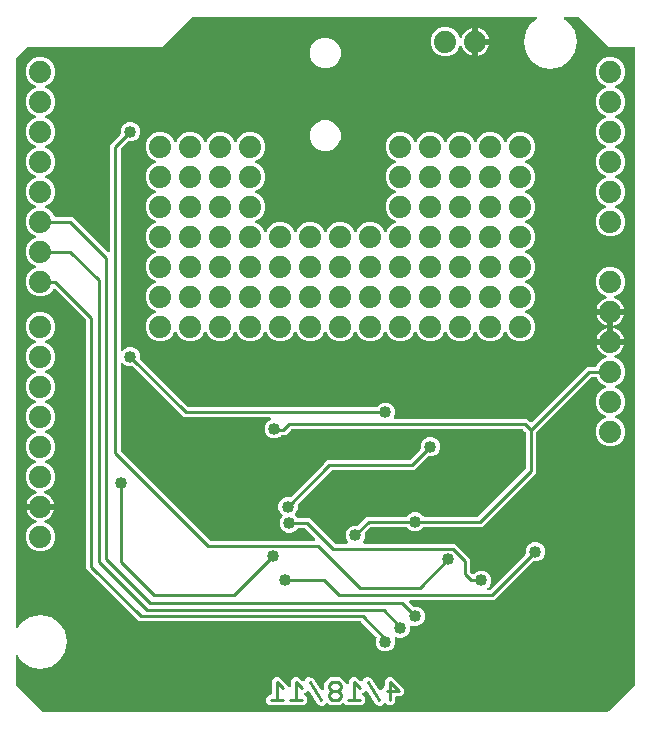
<source format=gbr>
G04 EAGLE Gerber RS-274X export*
G75*
%MOMM*%
%FSLAX34Y34*%
%LPD*%
%INBottom Copper*%
%IPPOS*%
%AMOC8*
5,1,8,0,0,1.08239X$1,22.5*%
G01*
%ADD10C,0.279400*%
%ADD11C,1.879600*%
%ADD12C,0.254000*%
%ADD13C,1.016000*%

G36*
X505784Y4331D02*
X505784Y4331D01*
X505883Y4334D01*
X505941Y4351D01*
X506001Y4359D01*
X506093Y4395D01*
X506188Y4423D01*
X506240Y4453D01*
X506297Y4476D01*
X506377Y4534D01*
X506462Y4584D01*
X506537Y4650D01*
X506554Y4662D01*
X506562Y4672D01*
X506583Y4690D01*
X528710Y26817D01*
X528770Y26895D01*
X528838Y26968D01*
X528867Y27021D01*
X528904Y27068D01*
X528944Y27159D01*
X528992Y27246D01*
X529007Y27305D01*
X529031Y27360D01*
X529046Y27458D01*
X529071Y27554D01*
X529077Y27654D01*
X529081Y27674D01*
X529079Y27687D01*
X529081Y27715D01*
X529081Y565912D01*
X529066Y566030D01*
X529059Y566149D01*
X529046Y566187D01*
X529041Y566228D01*
X528998Y566338D01*
X528961Y566451D01*
X528939Y566486D01*
X528924Y566523D01*
X528855Y566619D01*
X528791Y566720D01*
X528761Y566748D01*
X528738Y566781D01*
X528646Y566857D01*
X528559Y566938D01*
X528524Y566958D01*
X528493Y566983D01*
X528385Y567034D01*
X528281Y567092D01*
X528241Y567102D01*
X528205Y567119D01*
X528088Y567141D01*
X527973Y567171D01*
X527913Y567175D01*
X527893Y567179D01*
X527872Y567177D01*
X527812Y567181D01*
X506211Y567181D01*
X481183Y592210D01*
X481105Y592270D01*
X481032Y592338D01*
X480979Y592367D01*
X480932Y592404D01*
X480841Y592444D01*
X480754Y592492D01*
X480695Y592507D01*
X480640Y592531D01*
X480542Y592546D01*
X480446Y592571D01*
X480346Y592577D01*
X480326Y592581D01*
X480313Y592579D01*
X480285Y592581D01*
X469923Y592581D01*
X469820Y592568D01*
X469715Y592564D01*
X469662Y592548D01*
X469608Y592541D01*
X469511Y592503D01*
X469411Y592473D01*
X469363Y592445D01*
X469312Y592424D01*
X469228Y592363D01*
X469138Y592309D01*
X469099Y592270D01*
X469055Y592238D01*
X468988Y592157D01*
X468915Y592083D01*
X468887Y592035D01*
X468852Y591993D01*
X468807Y591898D01*
X468755Y591808D01*
X468740Y591755D01*
X468716Y591705D01*
X468697Y591602D01*
X468668Y591502D01*
X468667Y591447D01*
X468657Y591393D01*
X468663Y591288D01*
X468660Y591184D01*
X468673Y591130D01*
X468676Y591075D01*
X468709Y590976D01*
X468732Y590874D01*
X468757Y590825D01*
X468774Y590773D01*
X468830Y590684D01*
X468878Y590592D01*
X468915Y590550D01*
X468944Y590504D01*
X469021Y590432D01*
X469090Y590354D01*
X469160Y590301D01*
X469176Y590286D01*
X469189Y590279D01*
X469218Y590257D01*
X473258Y587558D01*
X478180Y580190D01*
X479909Y571500D01*
X478180Y562810D01*
X473258Y555442D01*
X465890Y550520D01*
X457200Y548791D01*
X448510Y550520D01*
X441142Y555442D01*
X436220Y562810D01*
X434491Y571500D01*
X436220Y580190D01*
X441142Y587558D01*
X445182Y590257D01*
X445261Y590325D01*
X445345Y590386D01*
X445380Y590429D01*
X445422Y590465D01*
X445482Y590551D01*
X445548Y590631D01*
X445572Y590681D01*
X445603Y590727D01*
X445639Y590825D01*
X445684Y590919D01*
X445694Y590973D01*
X445713Y591025D01*
X445724Y591129D01*
X445743Y591232D01*
X445740Y591287D01*
X445746Y591341D01*
X445730Y591445D01*
X445724Y591549D01*
X445707Y591601D01*
X445699Y591656D01*
X445658Y591752D01*
X445626Y591851D01*
X445596Y591898D01*
X445575Y591949D01*
X445511Y592032D01*
X445456Y592120D01*
X445415Y592158D01*
X445382Y592202D01*
X445300Y592267D01*
X445224Y592338D01*
X445176Y592365D01*
X445132Y592399D01*
X445037Y592441D01*
X444945Y592492D01*
X444892Y592505D01*
X444842Y592528D01*
X444738Y592545D01*
X444637Y592571D01*
X444549Y592577D01*
X444528Y592580D01*
X444513Y592579D01*
X444477Y592581D01*
X154715Y592581D01*
X154616Y592569D01*
X154517Y592566D01*
X154459Y592549D01*
X154399Y592541D01*
X154307Y592505D01*
X154212Y592477D01*
X154160Y592447D01*
X154103Y592424D01*
X154023Y592366D01*
X153938Y592316D01*
X153863Y592250D01*
X153846Y592238D01*
X153838Y592228D01*
X153817Y592210D01*
X131690Y570083D01*
X128789Y567181D01*
X15015Y567181D01*
X14916Y567169D01*
X14817Y567166D01*
X14759Y567149D01*
X14699Y567141D01*
X14607Y567105D01*
X14512Y567077D01*
X14460Y567047D01*
X14403Y567024D01*
X14323Y566966D01*
X14238Y566916D01*
X14163Y566850D01*
X14146Y566838D01*
X14138Y566828D01*
X14117Y566810D01*
X4690Y557383D01*
X4630Y557305D01*
X4562Y557232D01*
X4533Y557179D01*
X4496Y557132D01*
X4456Y557041D01*
X4408Y556954D01*
X4393Y556895D01*
X4369Y556840D01*
X4354Y556742D01*
X4329Y556646D01*
X4323Y556546D01*
X4319Y556526D01*
X4321Y556513D01*
X4319Y556485D01*
X4319Y76223D01*
X4332Y76120D01*
X4336Y76015D01*
X4352Y75962D01*
X4359Y75908D01*
X4397Y75811D01*
X4427Y75711D01*
X4455Y75663D01*
X4476Y75612D01*
X4537Y75528D01*
X4591Y75438D01*
X4630Y75399D01*
X4662Y75355D01*
X4743Y75288D01*
X4817Y75215D01*
X4865Y75187D01*
X4907Y75152D01*
X5002Y75107D01*
X5092Y75055D01*
X5145Y75040D01*
X5195Y75016D01*
X5298Y74997D01*
X5398Y74968D01*
X5453Y74967D01*
X5507Y74957D01*
X5612Y74963D01*
X5716Y74960D01*
X5770Y74973D01*
X5825Y74976D01*
X5924Y75009D01*
X6026Y75032D01*
X6075Y75057D01*
X6127Y75074D01*
X6216Y75130D01*
X6308Y75178D01*
X6350Y75215D01*
X6396Y75244D01*
X6468Y75321D01*
X6546Y75390D01*
X6599Y75460D01*
X6614Y75476D01*
X6621Y75489D01*
X6643Y75518D01*
X9342Y79558D01*
X16710Y84480D01*
X25400Y86209D01*
X34090Y84480D01*
X41458Y79558D01*
X46380Y72190D01*
X48109Y63500D01*
X46380Y54810D01*
X41458Y47442D01*
X34090Y42520D01*
X25400Y40791D01*
X16710Y42520D01*
X9342Y47442D01*
X6643Y51482D01*
X6575Y51561D01*
X6514Y51645D01*
X6471Y51680D01*
X6435Y51722D01*
X6349Y51782D01*
X6269Y51848D01*
X6219Y51872D01*
X6173Y51903D01*
X6075Y51939D01*
X5981Y51984D01*
X5927Y51994D01*
X5875Y52013D01*
X5771Y52024D01*
X5668Y52043D01*
X5613Y52040D01*
X5559Y52046D01*
X5455Y52030D01*
X5351Y52024D01*
X5299Y52007D01*
X5244Y51999D01*
X5148Y51958D01*
X5049Y51926D01*
X5002Y51896D01*
X4951Y51875D01*
X4868Y51811D01*
X4780Y51756D01*
X4742Y51715D01*
X4698Y51682D01*
X4633Y51600D01*
X4562Y51524D01*
X4535Y51476D01*
X4501Y51432D01*
X4459Y51337D01*
X4408Y51245D01*
X4395Y51192D01*
X4372Y51142D01*
X4355Y51038D01*
X4329Y50937D01*
X4323Y50849D01*
X4320Y50828D01*
X4321Y50813D01*
X4319Y50777D01*
X4319Y27715D01*
X4331Y27616D01*
X4334Y27517D01*
X4351Y27459D01*
X4359Y27399D01*
X4395Y27307D01*
X4423Y27212D01*
X4453Y27160D01*
X4476Y27103D01*
X4534Y27023D01*
X4584Y26938D01*
X4650Y26863D01*
X4662Y26846D01*
X4672Y26838D01*
X4690Y26817D01*
X26817Y4690D01*
X26895Y4630D01*
X26967Y4562D01*
X27020Y4533D01*
X27068Y4496D01*
X27159Y4456D01*
X27246Y4408D01*
X27305Y4393D01*
X27360Y4369D01*
X27458Y4354D01*
X27554Y4329D01*
X27654Y4323D01*
X27674Y4319D01*
X27687Y4321D01*
X27715Y4319D01*
X505685Y4319D01*
X505784Y4331D01*
G37*
%LPC*%
G36*
X315883Y55371D02*
X315883Y55371D01*
X312895Y56609D01*
X310609Y58895D01*
X309371Y61883D01*
X309371Y65117D01*
X309909Y66415D01*
X309917Y66444D01*
X309930Y66470D01*
X309959Y66597D01*
X309993Y66722D01*
X309993Y66752D01*
X310000Y66780D01*
X309996Y66910D01*
X309998Y67040D01*
X309991Y67069D01*
X309990Y67098D01*
X309954Y67223D01*
X309924Y67349D01*
X309910Y67375D01*
X309902Y67404D01*
X309836Y67515D01*
X309775Y67630D01*
X309755Y67652D01*
X309740Y67678D01*
X309634Y67798D01*
X297033Y80400D01*
X296955Y80460D01*
X296882Y80528D01*
X296829Y80557D01*
X296782Y80594D01*
X296691Y80634D01*
X296604Y80682D01*
X296545Y80697D01*
X296490Y80721D01*
X296392Y80736D01*
X296296Y80761D01*
X296196Y80767D01*
X296176Y80771D01*
X296163Y80769D01*
X296135Y80771D01*
X108701Y80771D01*
X64261Y125211D01*
X64261Y335505D01*
X64249Y335604D01*
X64246Y335703D01*
X64229Y335761D01*
X64221Y335821D01*
X64185Y335913D01*
X64157Y336008D01*
X64127Y336060D01*
X64104Y336117D01*
X64046Y336197D01*
X63996Y336282D01*
X63930Y336357D01*
X63918Y336374D01*
X63908Y336382D01*
X63890Y336403D01*
X38200Y362092D01*
X38161Y362122D01*
X38128Y362159D01*
X38036Y362220D01*
X37949Y362287D01*
X37903Y362307D01*
X37862Y362334D01*
X37758Y362370D01*
X37657Y362413D01*
X37608Y362421D01*
X37561Y362437D01*
X37452Y362446D01*
X37343Y362463D01*
X37294Y362458D01*
X37244Y362462D01*
X37136Y362444D01*
X37027Y362433D01*
X36980Y362417D01*
X36931Y362408D01*
X36831Y362363D01*
X36727Y362326D01*
X36686Y362298D01*
X36641Y362277D01*
X36555Y362209D01*
X36464Y362147D01*
X36431Y362110D01*
X36392Y362079D01*
X36326Y361991D01*
X36254Y361909D01*
X36231Y361864D01*
X36201Y361825D01*
X36130Y361680D01*
X35952Y361250D01*
X32450Y357748D01*
X27876Y355853D01*
X22924Y355853D01*
X18350Y357748D01*
X14848Y361250D01*
X12953Y365824D01*
X12953Y370776D01*
X14848Y375350D01*
X18350Y378852D01*
X20705Y379827D01*
X20825Y379896D01*
X20948Y379961D01*
X20963Y379975D01*
X20981Y379985D01*
X21081Y380082D01*
X21184Y380175D01*
X21195Y380192D01*
X21209Y380206D01*
X21282Y380325D01*
X21358Y380441D01*
X21365Y380460D01*
X21376Y380477D01*
X21416Y380610D01*
X21462Y380742D01*
X21463Y380762D01*
X21469Y380781D01*
X21476Y380920D01*
X21487Y381059D01*
X21483Y381079D01*
X21484Y381099D01*
X21456Y381235D01*
X21432Y381372D01*
X21424Y381391D01*
X21420Y381410D01*
X21359Y381536D01*
X21302Y381662D01*
X21289Y381678D01*
X21280Y381696D01*
X21190Y381802D01*
X21103Y381910D01*
X21087Y381923D01*
X21074Y381938D01*
X20960Y382018D01*
X20849Y382102D01*
X20824Y382114D01*
X20814Y382121D01*
X20795Y382128D01*
X20705Y382173D01*
X18350Y383148D01*
X14848Y386650D01*
X12953Y391224D01*
X12953Y396176D01*
X14848Y400750D01*
X18350Y404252D01*
X20705Y405227D01*
X20825Y405296D01*
X20948Y405361D01*
X20963Y405375D01*
X20981Y405385D01*
X21081Y405482D01*
X21184Y405575D01*
X21195Y405592D01*
X21209Y405606D01*
X21282Y405725D01*
X21358Y405841D01*
X21365Y405860D01*
X21376Y405877D01*
X21416Y406010D01*
X21462Y406142D01*
X21463Y406162D01*
X21469Y406181D01*
X21476Y406320D01*
X21487Y406459D01*
X21483Y406479D01*
X21484Y406499D01*
X21456Y406635D01*
X21432Y406772D01*
X21424Y406791D01*
X21420Y406810D01*
X21359Y406936D01*
X21302Y407062D01*
X21289Y407078D01*
X21280Y407096D01*
X21190Y407202D01*
X21103Y407310D01*
X21087Y407323D01*
X21074Y407338D01*
X20960Y407418D01*
X20849Y407502D01*
X20824Y407514D01*
X20814Y407521D01*
X20795Y407528D01*
X20705Y407573D01*
X18350Y408548D01*
X14848Y412050D01*
X12953Y416624D01*
X12953Y421576D01*
X14848Y426150D01*
X18350Y429652D01*
X20705Y430627D01*
X20825Y430696D01*
X20948Y430761D01*
X20963Y430775D01*
X20981Y430785D01*
X21081Y430882D01*
X21184Y430975D01*
X21195Y430992D01*
X21209Y431006D01*
X21282Y431125D01*
X21358Y431241D01*
X21365Y431260D01*
X21376Y431277D01*
X21416Y431410D01*
X21462Y431542D01*
X21463Y431562D01*
X21469Y431581D01*
X21476Y431720D01*
X21487Y431859D01*
X21483Y431879D01*
X21484Y431899D01*
X21456Y432035D01*
X21432Y432172D01*
X21424Y432191D01*
X21420Y432210D01*
X21359Y432336D01*
X21302Y432462D01*
X21289Y432478D01*
X21280Y432496D01*
X21190Y432602D01*
X21103Y432710D01*
X21087Y432723D01*
X21074Y432738D01*
X20960Y432818D01*
X20849Y432902D01*
X20824Y432914D01*
X20814Y432921D01*
X20795Y432928D01*
X20705Y432973D01*
X18350Y433948D01*
X14848Y437450D01*
X12953Y442024D01*
X12953Y446976D01*
X14848Y451550D01*
X18350Y455052D01*
X20705Y456027D01*
X20825Y456096D01*
X20948Y456161D01*
X20963Y456175D01*
X20981Y456185D01*
X21081Y456282D01*
X21184Y456375D01*
X21195Y456392D01*
X21209Y456406D01*
X21282Y456525D01*
X21358Y456641D01*
X21365Y456660D01*
X21376Y456677D01*
X21416Y456810D01*
X21462Y456942D01*
X21463Y456962D01*
X21469Y456981D01*
X21476Y457120D01*
X21487Y457259D01*
X21483Y457279D01*
X21484Y457299D01*
X21456Y457435D01*
X21432Y457572D01*
X21424Y457591D01*
X21420Y457610D01*
X21359Y457736D01*
X21302Y457862D01*
X21289Y457878D01*
X21280Y457896D01*
X21190Y458002D01*
X21103Y458110D01*
X21087Y458123D01*
X21074Y458138D01*
X20960Y458218D01*
X20849Y458302D01*
X20824Y458314D01*
X20814Y458321D01*
X20795Y458328D01*
X20705Y458373D01*
X18350Y459348D01*
X14848Y462850D01*
X12953Y467424D01*
X12953Y472376D01*
X14848Y476950D01*
X18350Y480452D01*
X20705Y481427D01*
X20825Y481496D01*
X20948Y481561D01*
X20963Y481575D01*
X20981Y481585D01*
X21081Y481682D01*
X21184Y481775D01*
X21195Y481792D01*
X21209Y481806D01*
X21282Y481925D01*
X21358Y482041D01*
X21365Y482060D01*
X21376Y482077D01*
X21416Y482210D01*
X21462Y482342D01*
X21463Y482362D01*
X21469Y482381D01*
X21476Y482520D01*
X21487Y482659D01*
X21483Y482679D01*
X21484Y482699D01*
X21456Y482835D01*
X21432Y482972D01*
X21424Y482991D01*
X21420Y483010D01*
X21359Y483136D01*
X21302Y483262D01*
X21289Y483278D01*
X21280Y483296D01*
X21190Y483402D01*
X21103Y483510D01*
X21087Y483523D01*
X21074Y483538D01*
X20960Y483618D01*
X20849Y483702D01*
X20824Y483714D01*
X20814Y483721D01*
X20795Y483728D01*
X20705Y483773D01*
X18350Y484748D01*
X14848Y488250D01*
X12953Y492824D01*
X12953Y497776D01*
X14848Y502350D01*
X18350Y505852D01*
X20705Y506827D01*
X20825Y506896D01*
X20948Y506961D01*
X20963Y506975D01*
X20981Y506985D01*
X21081Y507082D01*
X21184Y507175D01*
X21195Y507192D01*
X21209Y507206D01*
X21282Y507325D01*
X21358Y507441D01*
X21365Y507460D01*
X21376Y507477D01*
X21416Y507610D01*
X21462Y507742D01*
X21463Y507762D01*
X21469Y507781D01*
X21476Y507920D01*
X21487Y508059D01*
X21483Y508079D01*
X21484Y508099D01*
X21456Y508235D01*
X21432Y508372D01*
X21424Y508391D01*
X21420Y508410D01*
X21359Y508536D01*
X21302Y508662D01*
X21289Y508678D01*
X21280Y508696D01*
X21190Y508802D01*
X21103Y508910D01*
X21087Y508923D01*
X21074Y508938D01*
X20960Y509018D01*
X20849Y509102D01*
X20824Y509114D01*
X20814Y509121D01*
X20795Y509128D01*
X20705Y509173D01*
X18350Y510148D01*
X14848Y513650D01*
X12953Y518224D01*
X12953Y523176D01*
X14848Y527750D01*
X18350Y531252D01*
X20705Y532227D01*
X20825Y532296D01*
X20948Y532361D01*
X20963Y532375D01*
X20981Y532385D01*
X21081Y532482D01*
X21184Y532575D01*
X21195Y532592D01*
X21209Y532606D01*
X21282Y532725D01*
X21358Y532841D01*
X21365Y532860D01*
X21376Y532877D01*
X21416Y533010D01*
X21462Y533142D01*
X21463Y533162D01*
X21469Y533181D01*
X21476Y533320D01*
X21487Y533459D01*
X21483Y533479D01*
X21484Y533499D01*
X21456Y533635D01*
X21432Y533772D01*
X21424Y533791D01*
X21420Y533810D01*
X21359Y533936D01*
X21302Y534062D01*
X21289Y534078D01*
X21280Y534096D01*
X21190Y534202D01*
X21103Y534310D01*
X21087Y534323D01*
X21074Y534338D01*
X20960Y534418D01*
X20849Y534502D01*
X20824Y534514D01*
X20814Y534521D01*
X20795Y534528D01*
X20705Y534573D01*
X18350Y535548D01*
X14848Y539050D01*
X12953Y543624D01*
X12953Y548576D01*
X14848Y553150D01*
X18350Y556652D01*
X22924Y558547D01*
X27876Y558547D01*
X32450Y556652D01*
X35952Y553150D01*
X37847Y548576D01*
X37847Y543624D01*
X35952Y539050D01*
X32450Y535548D01*
X30095Y534573D01*
X29975Y534504D01*
X29852Y534439D01*
X29837Y534425D01*
X29819Y534415D01*
X29719Y534318D01*
X29616Y534225D01*
X29605Y534208D01*
X29591Y534194D01*
X29518Y534076D01*
X29442Y533959D01*
X29435Y533940D01*
X29424Y533923D01*
X29384Y533790D01*
X29338Y533658D01*
X29337Y533638D01*
X29331Y533619D01*
X29324Y533480D01*
X29313Y533341D01*
X29317Y533321D01*
X29316Y533301D01*
X29344Y533165D01*
X29368Y533028D01*
X29376Y533009D01*
X29380Y532990D01*
X29441Y532865D01*
X29498Y532738D01*
X29511Y532722D01*
X29520Y532704D01*
X29610Y532598D01*
X29697Y532490D01*
X29713Y532477D01*
X29726Y532462D01*
X29840Y532382D01*
X29951Y532298D01*
X29976Y532286D01*
X29986Y532279D01*
X30005Y532272D01*
X30095Y532227D01*
X32450Y531252D01*
X35952Y527750D01*
X37847Y523176D01*
X37847Y518224D01*
X35952Y513650D01*
X32450Y510148D01*
X30095Y509173D01*
X29975Y509104D01*
X29852Y509039D01*
X29837Y509025D01*
X29819Y509015D01*
X29719Y508918D01*
X29616Y508825D01*
X29605Y508808D01*
X29591Y508794D01*
X29518Y508676D01*
X29442Y508559D01*
X29435Y508540D01*
X29424Y508523D01*
X29384Y508390D01*
X29338Y508258D01*
X29337Y508238D01*
X29331Y508219D01*
X29324Y508080D01*
X29313Y507941D01*
X29317Y507921D01*
X29316Y507901D01*
X29344Y507765D01*
X29368Y507628D01*
X29376Y507609D01*
X29380Y507590D01*
X29441Y507465D01*
X29498Y507338D01*
X29511Y507322D01*
X29520Y507304D01*
X29610Y507198D01*
X29697Y507090D01*
X29713Y507077D01*
X29726Y507062D01*
X29840Y506982D01*
X29951Y506898D01*
X29976Y506886D01*
X29986Y506879D01*
X30005Y506872D01*
X30095Y506827D01*
X32450Y505852D01*
X35952Y502350D01*
X37847Y497776D01*
X37847Y492824D01*
X35952Y488250D01*
X32450Y484748D01*
X30095Y483773D01*
X29975Y483704D01*
X29852Y483639D01*
X29837Y483625D01*
X29819Y483615D01*
X29719Y483518D01*
X29616Y483425D01*
X29605Y483408D01*
X29591Y483394D01*
X29518Y483276D01*
X29442Y483159D01*
X29435Y483140D01*
X29424Y483123D01*
X29384Y482990D01*
X29338Y482858D01*
X29337Y482838D01*
X29331Y482819D01*
X29324Y482680D01*
X29313Y482541D01*
X29317Y482521D01*
X29316Y482501D01*
X29344Y482365D01*
X29368Y482228D01*
X29376Y482209D01*
X29380Y482190D01*
X29441Y482065D01*
X29498Y481938D01*
X29511Y481922D01*
X29520Y481904D01*
X29610Y481798D01*
X29697Y481690D01*
X29713Y481677D01*
X29726Y481662D01*
X29840Y481582D01*
X29951Y481498D01*
X29976Y481486D01*
X29986Y481479D01*
X30005Y481472D01*
X30095Y481427D01*
X32450Y480452D01*
X35952Y476950D01*
X37847Y472376D01*
X37847Y467424D01*
X35952Y462850D01*
X32450Y459348D01*
X30095Y458373D01*
X29975Y458304D01*
X29852Y458239D01*
X29837Y458225D01*
X29819Y458215D01*
X29719Y458118D01*
X29616Y458025D01*
X29605Y458008D01*
X29591Y457994D01*
X29518Y457876D01*
X29442Y457759D01*
X29435Y457740D01*
X29424Y457723D01*
X29384Y457590D01*
X29338Y457458D01*
X29337Y457438D01*
X29331Y457419D01*
X29324Y457280D01*
X29313Y457141D01*
X29317Y457121D01*
X29316Y457101D01*
X29344Y456965D01*
X29368Y456828D01*
X29376Y456809D01*
X29380Y456790D01*
X29441Y456665D01*
X29498Y456538D01*
X29511Y456522D01*
X29520Y456504D01*
X29610Y456398D01*
X29697Y456290D01*
X29713Y456277D01*
X29726Y456262D01*
X29840Y456182D01*
X29951Y456098D01*
X29976Y456086D01*
X29986Y456079D01*
X30005Y456072D01*
X30095Y456027D01*
X32450Y455052D01*
X35952Y451550D01*
X37847Y446976D01*
X37847Y442024D01*
X35952Y437450D01*
X32450Y433948D01*
X30095Y432973D01*
X29975Y432904D01*
X29852Y432839D01*
X29837Y432825D01*
X29819Y432815D01*
X29719Y432718D01*
X29616Y432625D01*
X29605Y432608D01*
X29591Y432594D01*
X29518Y432476D01*
X29442Y432359D01*
X29435Y432340D01*
X29424Y432323D01*
X29384Y432190D01*
X29338Y432058D01*
X29337Y432038D01*
X29331Y432019D01*
X29324Y431880D01*
X29313Y431741D01*
X29317Y431721D01*
X29316Y431701D01*
X29344Y431565D01*
X29368Y431428D01*
X29376Y431409D01*
X29380Y431390D01*
X29441Y431265D01*
X29498Y431138D01*
X29511Y431122D01*
X29520Y431104D01*
X29610Y430998D01*
X29697Y430890D01*
X29713Y430877D01*
X29726Y430862D01*
X29840Y430782D01*
X29951Y430698D01*
X29976Y430686D01*
X29986Y430679D01*
X30005Y430672D01*
X30095Y430627D01*
X32450Y429652D01*
X35952Y426150D01*
X36759Y424202D01*
X36773Y424177D01*
X36783Y424149D01*
X36852Y424039D01*
X36916Y423926D01*
X36937Y423905D01*
X36953Y423880D01*
X37047Y423791D01*
X37138Y423698D01*
X37163Y423682D01*
X37184Y423662D01*
X37298Y423599D01*
X37409Y423531D01*
X37437Y423523D01*
X37463Y423508D01*
X37589Y423476D01*
X37713Y423438D01*
X37742Y423436D01*
X37771Y423429D01*
X37931Y423419D01*
X52589Y423419D01*
X82415Y393593D01*
X82524Y393508D01*
X82631Y393419D01*
X82650Y393411D01*
X82666Y393398D01*
X82794Y393343D01*
X82919Y393284D01*
X82939Y393280D01*
X82958Y393272D01*
X83096Y393250D01*
X83232Y393224D01*
X83252Y393225D01*
X83272Y393222D01*
X83411Y393235D01*
X83549Y393244D01*
X83568Y393250D01*
X83588Y393252D01*
X83720Y393299D01*
X83851Y393342D01*
X83869Y393352D01*
X83888Y393359D01*
X84003Y393437D01*
X84120Y393512D01*
X84134Y393527D01*
X84151Y393538D01*
X84243Y393642D01*
X84338Y393743D01*
X84348Y393761D01*
X84361Y393776D01*
X84425Y393900D01*
X84492Y394022D01*
X84497Y394042D01*
X84506Y394060D01*
X84536Y394195D01*
X84571Y394330D01*
X84573Y394358D01*
X84576Y394370D01*
X84575Y394390D01*
X84581Y394491D01*
X84581Y484389D01*
X93100Y492907D01*
X93160Y492985D01*
X93228Y493057D01*
X93257Y493110D01*
X93294Y493158D01*
X93334Y493249D01*
X93382Y493336D01*
X93397Y493395D01*
X93421Y493450D01*
X93436Y493548D01*
X93461Y493644D01*
X93467Y493744D01*
X93471Y493764D01*
X93469Y493777D01*
X93471Y493805D01*
X93471Y496917D01*
X94709Y499905D01*
X96995Y502191D01*
X99983Y503429D01*
X103217Y503429D01*
X106205Y502191D01*
X108491Y499905D01*
X109729Y496917D01*
X109729Y493683D01*
X108491Y490695D01*
X106205Y488409D01*
X103217Y487171D01*
X100105Y487171D01*
X100006Y487159D01*
X99907Y487156D01*
X99849Y487139D01*
X99789Y487131D01*
X99697Y487095D01*
X99602Y487067D01*
X99550Y487037D01*
X99493Y487014D01*
X99413Y486956D01*
X99328Y486906D01*
X99253Y486840D01*
X99236Y486828D01*
X99228Y486818D01*
X99207Y486800D01*
X93590Y481183D01*
X93530Y481105D01*
X93462Y481032D01*
X93442Y480996D01*
X93419Y480968D01*
X93411Y480951D01*
X93396Y480932D01*
X93356Y480841D01*
X93308Y480754D01*
X93297Y480710D01*
X93283Y480680D01*
X93280Y480665D01*
X93269Y480640D01*
X93254Y480542D01*
X93229Y480446D01*
X93224Y480373D01*
X93223Y480368D01*
X93224Y480363D01*
X93223Y480346D01*
X93219Y480326D01*
X93221Y480313D01*
X93219Y480285D01*
X93219Y310979D01*
X93236Y310841D01*
X93249Y310702D01*
X93256Y310683D01*
X93259Y310663D01*
X93310Y310534D01*
X93357Y310403D01*
X93368Y310386D01*
X93376Y310368D01*
X93457Y310255D01*
X93535Y310140D01*
X93551Y310127D01*
X93562Y310110D01*
X93670Y310021D01*
X93774Y309929D01*
X93792Y309920D01*
X93807Y309907D01*
X93933Y309848D01*
X94057Y309785D01*
X94077Y309780D01*
X94095Y309772D01*
X94232Y309746D01*
X94367Y309715D01*
X94388Y309716D01*
X94407Y309712D01*
X94546Y309721D01*
X94685Y309725D01*
X94705Y309731D01*
X94725Y309732D01*
X94857Y309775D01*
X94991Y309813D01*
X95008Y309824D01*
X95027Y309830D01*
X95145Y309904D01*
X95265Y309975D01*
X95286Y309993D01*
X95296Y310000D01*
X95310Y310015D01*
X95385Y310081D01*
X96995Y311691D01*
X99983Y312929D01*
X103217Y312929D01*
X106205Y311691D01*
X108491Y309405D01*
X109729Y306417D01*
X109729Y303305D01*
X109741Y303206D01*
X109744Y303107D01*
X109761Y303049D01*
X109769Y302989D01*
X109805Y302897D01*
X109833Y302802D01*
X109863Y302750D01*
X109886Y302693D01*
X109944Y302613D01*
X109994Y302528D01*
X110060Y302453D01*
X110072Y302436D01*
X110082Y302428D01*
X110100Y302407D01*
X150007Y262500D01*
X150085Y262440D01*
X150158Y262372D01*
X150211Y262343D01*
X150258Y262306D01*
X150349Y262266D01*
X150436Y262218D01*
X150495Y262203D01*
X150550Y262179D01*
X150648Y262164D01*
X150744Y262139D01*
X150844Y262133D01*
X150864Y262129D01*
X150877Y262131D01*
X150905Y262129D01*
X309797Y262129D01*
X309895Y262141D01*
X309994Y262144D01*
X310053Y262161D01*
X310113Y262169D01*
X310205Y262205D01*
X310300Y262233D01*
X310352Y262263D01*
X310408Y262286D01*
X310488Y262344D01*
X310574Y262394D01*
X310649Y262460D01*
X310666Y262472D01*
X310674Y262482D01*
X310695Y262500D01*
X312895Y264701D01*
X315883Y265939D01*
X319117Y265939D01*
X322105Y264701D01*
X324391Y262415D01*
X325629Y259427D01*
X325629Y256193D01*
X324606Y253724D01*
X324593Y253676D01*
X324572Y253631D01*
X324551Y253523D01*
X324522Y253417D01*
X324521Y253367D01*
X324512Y253318D01*
X324519Y253209D01*
X324517Y253099D01*
X324528Y253051D01*
X324532Y253001D01*
X324565Y252897D01*
X324591Y252790D01*
X324614Y252746D01*
X324630Y252699D01*
X324688Y252606D01*
X324740Y252509D01*
X324773Y252472D01*
X324800Y252430D01*
X324880Y252355D01*
X324954Y252273D01*
X324995Y252246D01*
X325031Y252212D01*
X325128Y252159D01*
X325219Y252099D01*
X325266Y252082D01*
X325310Y252058D01*
X325416Y252031D01*
X325520Y251995D01*
X325570Y251991D01*
X325618Y251979D01*
X325779Y251969D01*
X437399Y251969D01*
X439793Y249575D01*
X439887Y249502D01*
X439976Y249423D01*
X440012Y249405D01*
X440044Y249380D01*
X440153Y249333D01*
X440259Y249279D01*
X440298Y249270D01*
X440336Y249254D01*
X440453Y249235D01*
X440569Y249209D01*
X440610Y249210D01*
X440650Y249204D01*
X440768Y249215D01*
X440887Y249219D01*
X440926Y249230D01*
X440966Y249234D01*
X441079Y249274D01*
X441193Y249307D01*
X441228Y249328D01*
X441266Y249341D01*
X441364Y249408D01*
X441467Y249469D01*
X441512Y249509D01*
X441529Y249520D01*
X441542Y249535D01*
X441588Y249575D01*
X488431Y296419D01*
X495469Y296419D01*
X495498Y296422D01*
X495527Y296420D01*
X495655Y296442D01*
X495784Y296459D01*
X495811Y296469D01*
X495841Y296474D01*
X495959Y296528D01*
X496080Y296576D01*
X496104Y296593D01*
X496131Y296605D01*
X496232Y296686D01*
X496337Y296762D01*
X496356Y296785D01*
X496379Y296804D01*
X496457Y296907D01*
X496540Y297007D01*
X496553Y297034D01*
X496570Y297058D01*
X496641Y297202D01*
X497448Y299150D01*
X500950Y302652D01*
X503975Y303905D01*
X504001Y303920D01*
X504030Y303929D01*
X504139Y303999D01*
X504252Y304063D01*
X504273Y304084D01*
X504298Y304100D01*
X504387Y304194D01*
X504480Y304284D01*
X504496Y304310D01*
X504516Y304331D01*
X504579Y304445D01*
X504646Y304555D01*
X504655Y304584D01*
X504669Y304610D01*
X504702Y304735D01*
X504740Y304859D01*
X504741Y304889D01*
X504749Y304918D01*
X504749Y305048D01*
X504755Y305177D01*
X504749Y305206D01*
X504749Y305236D01*
X504717Y305361D01*
X504691Y305488D01*
X504678Y305515D01*
X504670Y305544D01*
X504608Y305657D01*
X504551Y305774D01*
X504532Y305797D01*
X504517Y305823D01*
X504429Y305917D01*
X504345Y306016D01*
X504320Y306033D01*
X504300Y306055D01*
X504191Y306124D01*
X504085Y306199D01*
X504057Y306210D01*
X504031Y306226D01*
X503882Y306285D01*
X503417Y306436D01*
X501743Y307289D01*
X500222Y308394D01*
X498894Y309722D01*
X497789Y311243D01*
X496936Y312917D01*
X496355Y314704D01*
X496315Y314961D01*
X506730Y314961D01*
X506848Y314976D01*
X506967Y314983D01*
X507005Y314996D01*
X507045Y315001D01*
X507156Y315044D01*
X507269Y315081D01*
X507303Y315103D01*
X507341Y315118D01*
X507437Y315188D01*
X507538Y315251D01*
X507566Y315281D01*
X507598Y315304D01*
X507674Y315396D01*
X507756Y315483D01*
X507775Y315518D01*
X507801Y315549D01*
X507852Y315657D01*
X507909Y315761D01*
X507920Y315801D01*
X507937Y315837D01*
X507959Y315954D01*
X507989Y316069D01*
X507993Y316130D01*
X507997Y316150D01*
X507995Y316170D01*
X507999Y316230D01*
X507999Y317501D01*
X508001Y317501D01*
X508001Y316230D01*
X508016Y316112D01*
X508023Y315993D01*
X508036Y315955D01*
X508041Y315914D01*
X508085Y315803D01*
X508121Y315691D01*
X508143Y315656D01*
X508158Y315619D01*
X508228Y315523D01*
X508291Y315422D01*
X508321Y315394D01*
X508345Y315361D01*
X508436Y315286D01*
X508523Y315204D01*
X508558Y315184D01*
X508590Y315159D01*
X508697Y315108D01*
X508802Y315050D01*
X508841Y315040D01*
X508877Y315023D01*
X508994Y315001D01*
X509109Y314971D01*
X509170Y314967D01*
X509190Y314963D01*
X509210Y314965D01*
X509270Y314961D01*
X519685Y314961D01*
X519645Y314704D01*
X519064Y312917D01*
X518211Y311243D01*
X517106Y309722D01*
X515778Y308394D01*
X514257Y307289D01*
X512583Y306436D01*
X512118Y306285D01*
X512091Y306272D01*
X512062Y306265D01*
X511948Y306205D01*
X511830Y306150D01*
X511807Y306131D01*
X511781Y306117D01*
X511685Y306030D01*
X511585Y305947D01*
X511568Y305923D01*
X511546Y305903D01*
X511474Y305794D01*
X511398Y305690D01*
X511387Y305662D01*
X511371Y305637D01*
X511329Y305514D01*
X511281Y305394D01*
X511277Y305364D01*
X511268Y305336D01*
X511257Y305207D01*
X511241Y305079D01*
X511245Y305049D01*
X511242Y305019D01*
X511265Y304891D01*
X511281Y304763D01*
X511292Y304735D01*
X511297Y304706D01*
X511350Y304588D01*
X511398Y304467D01*
X511415Y304443D01*
X511427Y304416D01*
X511508Y304315D01*
X511584Y304210D01*
X511607Y304191D01*
X511626Y304167D01*
X511730Y304089D01*
X511829Y304007D01*
X511856Y303994D01*
X511880Y303976D01*
X512025Y303905D01*
X515050Y302652D01*
X518552Y299150D01*
X520447Y294576D01*
X520447Y289624D01*
X518552Y285050D01*
X515050Y281548D01*
X512695Y280573D01*
X512575Y280504D01*
X512452Y280439D01*
X512437Y280425D01*
X512419Y280415D01*
X512319Y280318D01*
X512216Y280225D01*
X512205Y280208D01*
X512191Y280194D01*
X512118Y280075D01*
X512042Y279959D01*
X512035Y279940D01*
X512024Y279923D01*
X511983Y279790D01*
X511938Y279658D01*
X511937Y279638D01*
X511931Y279619D01*
X511924Y279480D01*
X511913Y279341D01*
X511917Y279321D01*
X511916Y279301D01*
X511944Y279165D01*
X511968Y279028D01*
X511976Y279009D01*
X511980Y278990D01*
X512041Y278864D01*
X512098Y278738D01*
X512111Y278722D01*
X512120Y278704D01*
X512210Y278598D01*
X512297Y278490D01*
X512313Y278477D01*
X512326Y278462D01*
X512440Y278382D01*
X512551Y278298D01*
X512576Y278286D01*
X512586Y278279D01*
X512605Y278272D01*
X512695Y278227D01*
X515051Y277252D01*
X518552Y273750D01*
X520447Y269176D01*
X520447Y264224D01*
X518552Y259650D01*
X515050Y256148D01*
X512695Y255173D01*
X512575Y255104D01*
X512452Y255039D01*
X512437Y255025D01*
X512419Y255015D01*
X512319Y254918D01*
X512216Y254825D01*
X512205Y254808D01*
X512191Y254794D01*
X512118Y254676D01*
X512042Y254559D01*
X512035Y254540D01*
X512024Y254523D01*
X511984Y254390D01*
X511938Y254258D01*
X511937Y254238D01*
X511931Y254219D01*
X511924Y254080D01*
X511913Y253941D01*
X511917Y253921D01*
X511916Y253901D01*
X511944Y253765D01*
X511968Y253628D01*
X511976Y253609D01*
X511980Y253590D01*
X512041Y253465D01*
X512098Y253338D01*
X512111Y253322D01*
X512120Y253304D01*
X512210Y253198D01*
X512297Y253090D01*
X512313Y253077D01*
X512326Y253062D01*
X512440Y252982D01*
X512551Y252898D01*
X512576Y252886D01*
X512586Y252879D01*
X512605Y252872D01*
X512695Y252827D01*
X515050Y251852D01*
X518552Y248350D01*
X520447Y243776D01*
X520447Y238824D01*
X518552Y234250D01*
X515050Y230748D01*
X510476Y228853D01*
X505524Y228853D01*
X500950Y230748D01*
X497448Y234250D01*
X495553Y238824D01*
X495553Y243776D01*
X497448Y248350D01*
X500950Y251852D01*
X503305Y252827D01*
X503425Y252896D01*
X503548Y252961D01*
X503563Y252975D01*
X503581Y252985D01*
X503681Y253082D01*
X503784Y253175D01*
X503795Y253192D01*
X503809Y253206D01*
X503882Y253325D01*
X503958Y253441D01*
X503965Y253460D01*
X503976Y253477D01*
X504016Y253610D01*
X504062Y253742D01*
X504063Y253762D01*
X504069Y253781D01*
X504076Y253920D01*
X504087Y254059D01*
X504083Y254079D01*
X504084Y254099D01*
X504056Y254235D01*
X504032Y254372D01*
X504024Y254391D01*
X504020Y254410D01*
X503959Y254536D01*
X503902Y254662D01*
X503889Y254678D01*
X503880Y254696D01*
X503790Y254802D01*
X503703Y254910D01*
X503687Y254923D01*
X503674Y254938D01*
X503560Y255018D01*
X503449Y255102D01*
X503424Y255114D01*
X503414Y255121D01*
X503395Y255128D01*
X503305Y255173D01*
X500950Y256148D01*
X497448Y259650D01*
X495553Y264224D01*
X495553Y269176D01*
X497448Y273750D01*
X500949Y277252D01*
X503305Y278227D01*
X503426Y278296D01*
X503548Y278361D01*
X503563Y278375D01*
X503581Y278385D01*
X503681Y278482D01*
X503784Y278575D01*
X503795Y278592D01*
X503809Y278606D01*
X503882Y278724D01*
X503958Y278841D01*
X503965Y278860D01*
X503976Y278877D01*
X504016Y279010D01*
X504062Y279142D01*
X504063Y279162D01*
X504069Y279181D01*
X504076Y279320D01*
X504087Y279459D01*
X504083Y279479D01*
X504084Y279499D01*
X504056Y279635D01*
X504032Y279772D01*
X504024Y279791D01*
X504020Y279810D01*
X503959Y279935D01*
X503902Y280062D01*
X503889Y280078D01*
X503880Y280096D01*
X503790Y280202D01*
X503703Y280310D01*
X503687Y280323D01*
X503674Y280338D01*
X503560Y280418D01*
X503449Y280502D01*
X503424Y280514D01*
X503414Y280521D01*
X503395Y280528D01*
X503305Y280573D01*
X500950Y281548D01*
X497448Y285050D01*
X496641Y286998D01*
X496627Y287023D01*
X496617Y287051D01*
X496548Y287161D01*
X496484Y287274D01*
X496463Y287295D01*
X496447Y287320D01*
X496353Y287409D01*
X496262Y287502D01*
X496237Y287518D01*
X496216Y287538D01*
X496102Y287601D01*
X495991Y287669D01*
X495963Y287677D01*
X495937Y287692D01*
X495811Y287724D01*
X495687Y287762D01*
X495658Y287764D01*
X495629Y287771D01*
X495469Y287781D01*
X492535Y287781D01*
X492436Y287769D01*
X492337Y287766D01*
X492279Y287749D01*
X492219Y287741D01*
X492127Y287705D01*
X492032Y287677D01*
X491980Y287647D01*
X491923Y287624D01*
X491843Y287566D01*
X491758Y287516D01*
X491683Y287450D01*
X491666Y287438D01*
X491658Y287428D01*
X491637Y287410D01*
X445380Y241153D01*
X445320Y241075D01*
X445252Y241003D01*
X445223Y240950D01*
X445186Y240902D01*
X445146Y240811D01*
X445098Y240724D01*
X445083Y240665D01*
X445059Y240610D01*
X445044Y240512D01*
X445019Y240416D01*
X445013Y240316D01*
X445009Y240296D01*
X445011Y240283D01*
X445009Y240255D01*
X445009Y206491D01*
X399299Y160781D01*
X350603Y160781D01*
X350505Y160769D01*
X350406Y160766D01*
X350347Y160749D01*
X350287Y160741D01*
X350195Y160705D01*
X350100Y160677D01*
X350048Y160647D01*
X349992Y160624D01*
X349912Y160566D01*
X349826Y160516D01*
X349751Y160450D01*
X349734Y160438D01*
X349726Y160428D01*
X349705Y160410D01*
X347505Y158209D01*
X344517Y156971D01*
X341283Y156971D01*
X338295Y158209D01*
X336095Y160410D01*
X336016Y160470D01*
X335944Y160538D01*
X335891Y160567D01*
X335843Y160604D01*
X335752Y160644D01*
X335666Y160692D01*
X335607Y160707D01*
X335552Y160731D01*
X335454Y160746D01*
X335358Y160771D01*
X335258Y160777D01*
X335237Y160781D01*
X335225Y160779D01*
X335197Y160781D01*
X305845Y160781D01*
X305746Y160769D01*
X305647Y160766D01*
X305589Y160749D01*
X305529Y160741D01*
X305437Y160705D01*
X305342Y160677D01*
X305290Y160647D01*
X305233Y160624D01*
X305153Y160566D01*
X305068Y160516D01*
X304993Y160450D01*
X304976Y160438D01*
X304968Y160428D01*
X304947Y160410D01*
X300600Y156063D01*
X300540Y155985D01*
X300472Y155912D01*
X300443Y155859D01*
X300406Y155812D01*
X300366Y155721D01*
X300318Y155634D01*
X300303Y155575D01*
X300279Y155520D01*
X300264Y155422D01*
X300239Y155326D01*
X300233Y155226D01*
X300229Y155206D01*
X300231Y155193D01*
X300229Y155165D01*
X300229Y152053D01*
X298991Y149065D01*
X298651Y148726D01*
X298566Y148616D01*
X298477Y148509D01*
X298469Y148490D01*
X298456Y148474D01*
X298401Y148346D01*
X298342Y148221D01*
X298338Y148201D01*
X298330Y148182D01*
X298308Y148044D01*
X298282Y147908D01*
X298283Y147888D01*
X298280Y147868D01*
X298293Y147729D01*
X298302Y147591D01*
X298308Y147572D01*
X298310Y147552D01*
X298357Y147421D01*
X298400Y147289D01*
X298411Y147271D01*
X298418Y147252D01*
X298495Y147138D01*
X298570Y147020D01*
X298585Y147006D01*
X298596Y146989D01*
X298700Y146897D01*
X298802Y146802D01*
X298819Y146792D01*
X298835Y146779D01*
X298958Y146716D01*
X299080Y146648D01*
X299100Y146643D01*
X299118Y146634D01*
X299254Y146604D01*
X299388Y146569D01*
X299416Y146567D01*
X299428Y146564D01*
X299449Y146565D01*
X299549Y146559D01*
X376439Y146559D01*
X389129Y133869D01*
X389129Y122965D01*
X389141Y122866D01*
X389144Y122767D01*
X389161Y122709D01*
X389169Y122649D01*
X389205Y122557D01*
X389233Y122462D01*
X389263Y122410D01*
X389286Y122353D01*
X389344Y122273D01*
X389394Y122188D01*
X389460Y122113D01*
X389472Y122096D01*
X389482Y122088D01*
X389500Y122067D01*
X390743Y120824D01*
X390837Y120751D01*
X390927Y120672D01*
X390963Y120654D01*
X390995Y120629D01*
X391104Y120582D01*
X391210Y120528D01*
X391249Y120519D01*
X391287Y120503D01*
X391404Y120484D01*
X391520Y120458D01*
X391561Y120459D01*
X391601Y120453D01*
X391719Y120464D01*
X391838Y120468D01*
X391877Y120479D01*
X391917Y120483D01*
X392029Y120523D01*
X392144Y120556D01*
X392178Y120577D01*
X392217Y120590D01*
X392315Y120657D01*
X392418Y120718D01*
X392463Y120758D01*
X392480Y120769D01*
X392493Y120784D01*
X392538Y120824D01*
X394175Y122461D01*
X397163Y123699D01*
X400397Y123699D01*
X403385Y122461D01*
X405671Y120175D01*
X406909Y117187D01*
X406909Y113953D01*
X405671Y110965D01*
X404061Y109355D01*
X403976Y109246D01*
X403887Y109139D01*
X403879Y109120D01*
X403866Y109104D01*
X403811Y108976D01*
X403752Y108851D01*
X403748Y108831D01*
X403740Y108812D01*
X403718Y108674D01*
X403692Y108538D01*
X403693Y108518D01*
X403690Y108498D01*
X403703Y108359D01*
X403712Y108221D01*
X403718Y108202D01*
X403720Y108182D01*
X403767Y108050D01*
X403810Y107919D01*
X403821Y107901D01*
X403828Y107882D01*
X403906Y107767D01*
X403980Y107650D01*
X403995Y107636D01*
X404006Y107619D01*
X404110Y107527D01*
X404212Y107432D01*
X404229Y107422D01*
X404245Y107409D01*
X404369Y107345D01*
X404490Y107278D01*
X404510Y107273D01*
X404528Y107264D01*
X404664Y107234D01*
X404798Y107199D01*
X404826Y107197D01*
X404838Y107194D01*
X404859Y107195D01*
X404959Y107189D01*
X405355Y107189D01*
X405454Y107201D01*
X405553Y107204D01*
X405611Y107221D01*
X405671Y107229D01*
X405763Y107265D01*
X405858Y107293D01*
X405910Y107323D01*
X405967Y107346D01*
X406047Y107404D01*
X406132Y107454D01*
X406207Y107520D01*
X406224Y107532D01*
X406232Y107542D01*
X406253Y107560D01*
X418953Y120260D01*
X436000Y137307D01*
X436060Y137385D01*
X436128Y137457D01*
X436157Y137510D01*
X436194Y137558D01*
X436234Y137649D01*
X436282Y137736D01*
X436297Y137795D01*
X436321Y137850D01*
X436336Y137948D01*
X436361Y138044D01*
X436367Y138144D01*
X436371Y138164D01*
X436369Y138177D01*
X436371Y138205D01*
X436371Y141317D01*
X437609Y144305D01*
X439895Y146591D01*
X442883Y147829D01*
X446117Y147829D01*
X449105Y146591D01*
X451391Y144305D01*
X452629Y141317D01*
X452629Y138083D01*
X451391Y135095D01*
X449105Y132809D01*
X446117Y131571D01*
X443005Y131571D01*
X442906Y131559D01*
X442807Y131556D01*
X442749Y131539D01*
X442689Y131531D01*
X442597Y131495D01*
X442502Y131467D01*
X442450Y131437D01*
X442393Y131414D01*
X442313Y131356D01*
X442228Y131306D01*
X442153Y131240D01*
X442136Y131228D01*
X442128Y131218D01*
X442107Y131200D01*
X425060Y114153D01*
X409459Y98551D01*
X338611Y98551D01*
X338473Y98534D01*
X338334Y98521D01*
X338315Y98514D01*
X338295Y98511D01*
X338166Y98460D01*
X338035Y98413D01*
X338018Y98402D01*
X337999Y98394D01*
X337887Y98313D01*
X337772Y98235D01*
X337758Y98219D01*
X337742Y98208D01*
X337653Y98100D01*
X337561Y97996D01*
X337552Y97978D01*
X337539Y97963D01*
X337480Y97837D01*
X337417Y97713D01*
X337412Y97693D01*
X337404Y97675D01*
X337378Y97539D01*
X337347Y97403D01*
X337348Y97382D01*
X337344Y97363D01*
X337353Y97224D01*
X337357Y97085D01*
X337362Y97065D01*
X337364Y97045D01*
X337406Y96913D01*
X337445Y96779D01*
X337455Y96762D01*
X337462Y96743D01*
X337536Y96625D01*
X337607Y96505D01*
X337625Y96484D01*
X337632Y96474D01*
X337647Y96460D01*
X337713Y96385D01*
X340507Y93590D01*
X340585Y93530D01*
X340657Y93462D01*
X340710Y93433D01*
X340758Y93396D01*
X340849Y93356D01*
X340936Y93308D01*
X340995Y93293D01*
X341050Y93269D01*
X341148Y93254D01*
X341244Y93229D01*
X341344Y93223D01*
X341364Y93219D01*
X341377Y93221D01*
X341405Y93219D01*
X344517Y93219D01*
X347505Y91981D01*
X349791Y89695D01*
X351029Y86707D01*
X351029Y83473D01*
X349791Y80485D01*
X347505Y78199D01*
X344517Y76961D01*
X341283Y76961D01*
X340084Y77458D01*
X340036Y77471D01*
X339991Y77492D01*
X339883Y77513D01*
X339777Y77542D01*
X339727Y77543D01*
X339678Y77552D01*
X339569Y77545D01*
X339459Y77547D01*
X339411Y77535D01*
X339361Y77532D01*
X339257Y77499D01*
X339150Y77473D01*
X339106Y77450D01*
X339059Y77434D01*
X338966Y77376D01*
X338869Y77324D01*
X338832Y77291D01*
X338790Y77264D01*
X338715Y77184D01*
X338633Y77110D01*
X338606Y77069D01*
X338572Y77033D01*
X338519Y76936D01*
X338459Y76845D01*
X338442Y76798D01*
X338418Y76754D01*
X338391Y76648D01*
X338355Y76544D01*
X338351Y76494D01*
X338339Y76446D01*
X338329Y76285D01*
X338329Y73313D01*
X337091Y70325D01*
X334805Y68039D01*
X331817Y66801D01*
X328583Y66801D01*
X327006Y67455D01*
X326871Y67491D01*
X326739Y67532D01*
X326718Y67533D01*
X326699Y67539D01*
X326559Y67541D01*
X326421Y67547D01*
X326401Y67543D01*
X326381Y67544D01*
X326245Y67511D01*
X326110Y67483D01*
X326092Y67474D01*
X326072Y67469D01*
X325948Y67404D01*
X325824Y67343D01*
X325809Y67330D01*
X325791Y67321D01*
X325688Y67227D01*
X325582Y67137D01*
X325570Y67120D01*
X325555Y67107D01*
X325479Y66990D01*
X325399Y66877D01*
X325392Y66858D01*
X325380Y66841D01*
X325335Y66710D01*
X325286Y66580D01*
X325284Y66559D01*
X325277Y66540D01*
X325266Y66402D01*
X325251Y66264D01*
X325254Y66244D01*
X325252Y66223D01*
X325276Y66086D01*
X325295Y65949D01*
X325304Y65922D01*
X325306Y65910D01*
X325315Y65891D01*
X325347Y65796D01*
X325629Y65117D01*
X325629Y61883D01*
X324391Y58895D01*
X322105Y56609D01*
X319117Y55371D01*
X315883Y55371D01*
G37*
%LPD*%
%LPC*%
G36*
X124524Y317753D02*
X124524Y317753D01*
X119950Y319648D01*
X116448Y323150D01*
X114553Y327724D01*
X114553Y332676D01*
X116448Y337250D01*
X119950Y340752D01*
X122305Y341727D01*
X122425Y341796D01*
X122548Y341861D01*
X122563Y341875D01*
X122581Y341885D01*
X122681Y341982D01*
X122784Y342075D01*
X122795Y342092D01*
X122809Y342106D01*
X122882Y342224D01*
X122958Y342341D01*
X122965Y342360D01*
X122976Y342377D01*
X123016Y342510D01*
X123062Y342642D01*
X123063Y342662D01*
X123069Y342681D01*
X123076Y342820D01*
X123087Y342959D01*
X123083Y342979D01*
X123084Y342999D01*
X123056Y343135D01*
X123032Y343272D01*
X123024Y343291D01*
X123020Y343310D01*
X122959Y343435D01*
X122902Y343562D01*
X122889Y343578D01*
X122880Y343596D01*
X122790Y343702D01*
X122703Y343810D01*
X122687Y343823D01*
X122674Y343838D01*
X122560Y343918D01*
X122449Y344002D01*
X122424Y344014D01*
X122414Y344021D01*
X122395Y344028D01*
X122305Y344073D01*
X119950Y345048D01*
X116448Y348550D01*
X114553Y353124D01*
X114553Y358076D01*
X116448Y362650D01*
X119950Y366152D01*
X122305Y367127D01*
X122425Y367196D01*
X122548Y367261D01*
X122563Y367275D01*
X122581Y367285D01*
X122681Y367382D01*
X122784Y367475D01*
X122795Y367492D01*
X122809Y367506D01*
X122882Y367624D01*
X122958Y367741D01*
X122965Y367760D01*
X122976Y367777D01*
X123016Y367910D01*
X123062Y368042D01*
X123063Y368062D01*
X123069Y368081D01*
X123076Y368220D01*
X123087Y368359D01*
X123083Y368379D01*
X123084Y368399D01*
X123056Y368535D01*
X123032Y368672D01*
X123024Y368691D01*
X123020Y368710D01*
X122959Y368835D01*
X122902Y368962D01*
X122889Y368978D01*
X122880Y368996D01*
X122790Y369102D01*
X122703Y369210D01*
X122687Y369223D01*
X122674Y369238D01*
X122560Y369318D01*
X122449Y369402D01*
X122424Y369414D01*
X122414Y369421D01*
X122395Y369428D01*
X122305Y369473D01*
X119950Y370448D01*
X116448Y373950D01*
X114553Y378524D01*
X114553Y383476D01*
X116448Y388050D01*
X119950Y391552D01*
X122305Y392527D01*
X122425Y392596D01*
X122548Y392661D01*
X122563Y392675D01*
X122581Y392685D01*
X122681Y392782D01*
X122784Y392875D01*
X122795Y392892D01*
X122809Y392906D01*
X122882Y393025D01*
X122958Y393141D01*
X122965Y393160D01*
X122976Y393177D01*
X123016Y393310D01*
X123062Y393442D01*
X123063Y393462D01*
X123069Y393481D01*
X123076Y393620D01*
X123087Y393759D01*
X123083Y393779D01*
X123084Y393799D01*
X123056Y393935D01*
X123032Y394072D01*
X123024Y394091D01*
X123020Y394110D01*
X122959Y394236D01*
X122902Y394362D01*
X122889Y394378D01*
X122880Y394396D01*
X122790Y394502D01*
X122703Y394610D01*
X122687Y394623D01*
X122674Y394638D01*
X122560Y394718D01*
X122449Y394802D01*
X122424Y394814D01*
X122414Y394821D01*
X122395Y394828D01*
X122305Y394873D01*
X119950Y395848D01*
X116448Y399350D01*
X114553Y403924D01*
X114553Y408876D01*
X116448Y413450D01*
X119950Y416952D01*
X122305Y417927D01*
X122425Y417996D01*
X122548Y418061D01*
X122563Y418075D01*
X122581Y418085D01*
X122681Y418182D01*
X122784Y418275D01*
X122795Y418292D01*
X122809Y418306D01*
X122882Y418424D01*
X122958Y418541D01*
X122965Y418560D01*
X122976Y418577D01*
X123016Y418710D01*
X123062Y418842D01*
X123063Y418862D01*
X123069Y418881D01*
X123076Y419020D01*
X123087Y419159D01*
X123083Y419179D01*
X123084Y419199D01*
X123056Y419335D01*
X123032Y419472D01*
X123024Y419491D01*
X123020Y419510D01*
X122959Y419635D01*
X122902Y419762D01*
X122889Y419778D01*
X122880Y419796D01*
X122790Y419902D01*
X122703Y420010D01*
X122687Y420023D01*
X122674Y420038D01*
X122560Y420118D01*
X122449Y420202D01*
X122424Y420214D01*
X122414Y420221D01*
X122395Y420228D01*
X122305Y420273D01*
X119950Y421248D01*
X116448Y424750D01*
X114553Y429324D01*
X114553Y434276D01*
X116448Y438850D01*
X119950Y442352D01*
X122305Y443327D01*
X122425Y443396D01*
X122548Y443461D01*
X122563Y443475D01*
X122581Y443485D01*
X122681Y443582D01*
X122784Y443675D01*
X122795Y443692D01*
X122809Y443706D01*
X122882Y443825D01*
X122958Y443941D01*
X122965Y443960D01*
X122976Y443977D01*
X123016Y444110D01*
X123062Y444242D01*
X123063Y444262D01*
X123069Y444281D01*
X123076Y444420D01*
X123087Y444559D01*
X123083Y444579D01*
X123084Y444599D01*
X123056Y444735D01*
X123032Y444872D01*
X123024Y444891D01*
X123020Y444910D01*
X122959Y445036D01*
X122902Y445162D01*
X122889Y445178D01*
X122880Y445196D01*
X122790Y445302D01*
X122703Y445410D01*
X122687Y445423D01*
X122674Y445438D01*
X122560Y445518D01*
X122449Y445602D01*
X122424Y445614D01*
X122414Y445621D01*
X122395Y445628D01*
X122305Y445673D01*
X119950Y446648D01*
X116448Y450150D01*
X114553Y454724D01*
X114553Y459676D01*
X116448Y464250D01*
X119949Y467752D01*
X122305Y468727D01*
X122426Y468796D01*
X122548Y468861D01*
X122563Y468875D01*
X122581Y468885D01*
X122681Y468982D01*
X122784Y469075D01*
X122795Y469092D01*
X122809Y469106D01*
X122882Y469224D01*
X122958Y469341D01*
X122965Y469360D01*
X122976Y469377D01*
X123016Y469510D01*
X123062Y469642D01*
X123063Y469662D01*
X123069Y469681D01*
X123076Y469820D01*
X123087Y469959D01*
X123083Y469979D01*
X123084Y469999D01*
X123056Y470135D01*
X123032Y470272D01*
X123024Y470291D01*
X123020Y470310D01*
X122959Y470435D01*
X122902Y470562D01*
X122889Y470578D01*
X122880Y470596D01*
X122790Y470702D01*
X122703Y470810D01*
X122687Y470823D01*
X122674Y470838D01*
X122560Y470918D01*
X122449Y471002D01*
X122424Y471014D01*
X122414Y471021D01*
X122395Y471028D01*
X122305Y471073D01*
X119950Y472048D01*
X116448Y475550D01*
X114553Y480124D01*
X114553Y485076D01*
X116448Y489650D01*
X119950Y493152D01*
X124524Y495047D01*
X129476Y495047D01*
X134050Y493152D01*
X137552Y489651D01*
X138527Y487295D01*
X138596Y487174D01*
X138661Y487052D01*
X138675Y487037D01*
X138685Y487019D01*
X138782Y486919D01*
X138875Y486816D01*
X138892Y486805D01*
X138906Y486791D01*
X139024Y486718D01*
X139141Y486642D01*
X139160Y486635D01*
X139177Y486624D01*
X139310Y486584D01*
X139442Y486538D01*
X139462Y486537D01*
X139481Y486531D01*
X139620Y486524D01*
X139759Y486513D01*
X139779Y486517D01*
X139799Y486516D01*
X139935Y486544D01*
X140072Y486568D01*
X140091Y486576D01*
X140110Y486580D01*
X140235Y486641D01*
X140362Y486698D01*
X140378Y486711D01*
X140396Y486720D01*
X140502Y486810D01*
X140610Y486897D01*
X140623Y486913D01*
X140638Y486926D01*
X140718Y487040D01*
X140802Y487151D01*
X140814Y487176D01*
X140821Y487186D01*
X140828Y487205D01*
X140873Y487295D01*
X141848Y489650D01*
X145350Y493152D01*
X149924Y495047D01*
X154876Y495047D01*
X159450Y493152D01*
X162952Y489650D01*
X163927Y487295D01*
X163996Y487175D01*
X164061Y487052D01*
X164075Y487037D01*
X164085Y487019D01*
X164182Y486919D01*
X164275Y486816D01*
X164292Y486805D01*
X164306Y486791D01*
X164425Y486718D01*
X164541Y486642D01*
X164560Y486635D01*
X164577Y486624D01*
X164710Y486583D01*
X164842Y486538D01*
X164862Y486537D01*
X164881Y486531D01*
X165020Y486524D01*
X165159Y486513D01*
X165179Y486517D01*
X165199Y486516D01*
X165335Y486544D01*
X165472Y486568D01*
X165491Y486576D01*
X165510Y486580D01*
X165636Y486641D01*
X165762Y486698D01*
X165778Y486711D01*
X165796Y486720D01*
X165902Y486810D01*
X166010Y486897D01*
X166023Y486913D01*
X166038Y486926D01*
X166118Y487040D01*
X166202Y487151D01*
X166214Y487176D01*
X166221Y487186D01*
X166228Y487205D01*
X166273Y487295D01*
X167248Y489651D01*
X170750Y493152D01*
X175324Y495047D01*
X180276Y495047D01*
X184850Y493152D01*
X188352Y489651D01*
X189327Y487295D01*
X189396Y487174D01*
X189461Y487052D01*
X189475Y487037D01*
X189485Y487019D01*
X189582Y486919D01*
X189675Y486816D01*
X189692Y486805D01*
X189706Y486791D01*
X189824Y486718D01*
X189941Y486642D01*
X189960Y486635D01*
X189977Y486624D01*
X190110Y486584D01*
X190242Y486538D01*
X190262Y486537D01*
X190281Y486531D01*
X190420Y486524D01*
X190559Y486513D01*
X190579Y486517D01*
X190599Y486516D01*
X190735Y486544D01*
X190872Y486568D01*
X190891Y486576D01*
X190910Y486580D01*
X191035Y486641D01*
X191162Y486698D01*
X191178Y486711D01*
X191196Y486720D01*
X191302Y486810D01*
X191410Y486897D01*
X191423Y486913D01*
X191438Y486926D01*
X191518Y487040D01*
X191602Y487151D01*
X191614Y487176D01*
X191621Y487186D01*
X191628Y487205D01*
X191673Y487295D01*
X192648Y489650D01*
X196150Y493152D01*
X200724Y495047D01*
X205676Y495047D01*
X210250Y493152D01*
X213752Y489650D01*
X215647Y485076D01*
X215647Y480124D01*
X213752Y475550D01*
X210250Y472048D01*
X207895Y471073D01*
X207775Y471004D01*
X207652Y470939D01*
X207637Y470925D01*
X207619Y470915D01*
X207519Y470818D01*
X207416Y470725D01*
X207405Y470708D01*
X207391Y470694D01*
X207318Y470575D01*
X207242Y470459D01*
X207235Y470440D01*
X207224Y470423D01*
X207183Y470290D01*
X207138Y470158D01*
X207137Y470138D01*
X207131Y470119D01*
X207124Y469980D01*
X207113Y469841D01*
X207117Y469821D01*
X207116Y469801D01*
X207144Y469665D01*
X207168Y469528D01*
X207176Y469509D01*
X207180Y469490D01*
X207241Y469364D01*
X207298Y469238D01*
X207311Y469222D01*
X207320Y469204D01*
X207410Y469098D01*
X207497Y468990D01*
X207513Y468977D01*
X207526Y468962D01*
X207640Y468882D01*
X207751Y468798D01*
X207776Y468786D01*
X207786Y468779D01*
X207805Y468772D01*
X207895Y468727D01*
X210251Y467752D01*
X213752Y464250D01*
X215647Y459676D01*
X215647Y454724D01*
X213752Y450150D01*
X210250Y446648D01*
X207895Y445673D01*
X207775Y445604D01*
X207652Y445539D01*
X207637Y445525D01*
X207619Y445515D01*
X207519Y445418D01*
X207416Y445325D01*
X207405Y445308D01*
X207391Y445294D01*
X207318Y445176D01*
X207242Y445059D01*
X207235Y445040D01*
X207224Y445023D01*
X207184Y444890D01*
X207138Y444758D01*
X207137Y444738D01*
X207131Y444719D01*
X207124Y444580D01*
X207113Y444441D01*
X207117Y444421D01*
X207116Y444401D01*
X207144Y444265D01*
X207168Y444128D01*
X207176Y444109D01*
X207180Y444090D01*
X207241Y443965D01*
X207298Y443838D01*
X207311Y443822D01*
X207320Y443804D01*
X207410Y443698D01*
X207497Y443590D01*
X207513Y443577D01*
X207526Y443562D01*
X207640Y443482D01*
X207751Y443398D01*
X207776Y443386D01*
X207786Y443379D01*
X207805Y443372D01*
X207895Y443327D01*
X210250Y442352D01*
X213752Y438850D01*
X215647Y434276D01*
X215647Y429324D01*
X213752Y424750D01*
X210250Y421248D01*
X207895Y420273D01*
X207775Y420204D01*
X207652Y420139D01*
X207637Y420125D01*
X207619Y420115D01*
X207519Y420018D01*
X207416Y419925D01*
X207405Y419908D01*
X207391Y419894D01*
X207318Y419775D01*
X207242Y419659D01*
X207235Y419640D01*
X207224Y419623D01*
X207184Y419490D01*
X207138Y419358D01*
X207137Y419338D01*
X207131Y419319D01*
X207124Y419180D01*
X207113Y419041D01*
X207117Y419021D01*
X207116Y419001D01*
X207144Y418865D01*
X207168Y418728D01*
X207176Y418709D01*
X207180Y418690D01*
X207241Y418564D01*
X207298Y418438D01*
X207311Y418422D01*
X207320Y418404D01*
X207410Y418298D01*
X207497Y418190D01*
X207513Y418177D01*
X207526Y418162D01*
X207640Y418082D01*
X207751Y417998D01*
X207776Y417986D01*
X207786Y417979D01*
X207805Y417972D01*
X207895Y417927D01*
X210250Y416952D01*
X213752Y413450D01*
X214727Y411095D01*
X214796Y410975D01*
X214861Y410852D01*
X214875Y410837D01*
X214885Y410819D01*
X214982Y410719D01*
X215075Y410616D01*
X215092Y410605D01*
X215106Y410591D01*
X215225Y410518D01*
X215341Y410442D01*
X215360Y410435D01*
X215377Y410424D01*
X215510Y410384D01*
X215642Y410338D01*
X215662Y410337D01*
X215681Y410331D01*
X215820Y410324D01*
X215959Y410313D01*
X215979Y410317D01*
X215999Y410316D01*
X216135Y410344D01*
X216272Y410368D01*
X216291Y410376D01*
X216310Y410380D01*
X216436Y410441D01*
X216562Y410498D01*
X216578Y410511D01*
X216596Y410520D01*
X216702Y410610D01*
X216810Y410697D01*
X216823Y410713D01*
X216838Y410726D01*
X216918Y410840D01*
X217002Y410951D01*
X217014Y410976D01*
X217021Y410986D01*
X217028Y411005D01*
X217073Y411095D01*
X218048Y413450D01*
X221550Y416952D01*
X226124Y418847D01*
X231076Y418847D01*
X235650Y416952D01*
X239152Y413450D01*
X240127Y411095D01*
X240196Y410975D01*
X240261Y410852D01*
X240275Y410837D01*
X240285Y410819D01*
X240382Y410719D01*
X240475Y410616D01*
X240492Y410605D01*
X240506Y410591D01*
X240625Y410518D01*
X240741Y410442D01*
X240760Y410435D01*
X240777Y410424D01*
X240910Y410384D01*
X241042Y410338D01*
X241062Y410337D01*
X241081Y410331D01*
X241220Y410324D01*
X241359Y410313D01*
X241379Y410317D01*
X241399Y410316D01*
X241535Y410344D01*
X241672Y410368D01*
X241691Y410376D01*
X241710Y410380D01*
X241836Y410441D01*
X241962Y410498D01*
X241978Y410511D01*
X241996Y410520D01*
X242102Y410610D01*
X242210Y410697D01*
X242223Y410713D01*
X242238Y410726D01*
X242318Y410840D01*
X242402Y410951D01*
X242414Y410976D01*
X242421Y410986D01*
X242428Y411005D01*
X242473Y411095D01*
X243448Y413450D01*
X246950Y416952D01*
X251524Y418847D01*
X256476Y418847D01*
X261050Y416952D01*
X264552Y413450D01*
X265527Y411095D01*
X265596Y410975D01*
X265661Y410852D01*
X265675Y410837D01*
X265685Y410819D01*
X265782Y410719D01*
X265875Y410616D01*
X265892Y410605D01*
X265906Y410591D01*
X266025Y410518D01*
X266141Y410442D01*
X266160Y410435D01*
X266177Y410424D01*
X266310Y410384D01*
X266442Y410338D01*
X266462Y410337D01*
X266481Y410331D01*
X266620Y410324D01*
X266759Y410313D01*
X266779Y410317D01*
X266799Y410316D01*
X266935Y410344D01*
X267072Y410368D01*
X267091Y410376D01*
X267110Y410380D01*
X267236Y410441D01*
X267362Y410498D01*
X267378Y410511D01*
X267396Y410520D01*
X267502Y410610D01*
X267610Y410697D01*
X267623Y410713D01*
X267638Y410726D01*
X267718Y410840D01*
X267802Y410951D01*
X267814Y410976D01*
X267821Y410986D01*
X267828Y411005D01*
X267873Y411095D01*
X268848Y413450D01*
X272350Y416952D01*
X276924Y418847D01*
X281876Y418847D01*
X286450Y416952D01*
X289952Y413450D01*
X290927Y411095D01*
X290996Y410975D01*
X291061Y410852D01*
X291075Y410837D01*
X291085Y410819D01*
X291182Y410719D01*
X291275Y410616D01*
X291292Y410605D01*
X291306Y410591D01*
X291425Y410518D01*
X291541Y410442D01*
X291560Y410435D01*
X291577Y410424D01*
X291710Y410384D01*
X291842Y410338D01*
X291862Y410337D01*
X291881Y410331D01*
X292020Y410324D01*
X292159Y410313D01*
X292179Y410317D01*
X292199Y410316D01*
X292335Y410344D01*
X292472Y410368D01*
X292491Y410376D01*
X292510Y410380D01*
X292636Y410441D01*
X292762Y410498D01*
X292778Y410511D01*
X292796Y410520D01*
X292902Y410610D01*
X293010Y410697D01*
X293023Y410713D01*
X293038Y410726D01*
X293118Y410840D01*
X293202Y410951D01*
X293214Y410976D01*
X293221Y410986D01*
X293228Y411005D01*
X293273Y411095D01*
X294248Y413450D01*
X297750Y416952D01*
X302324Y418847D01*
X307276Y418847D01*
X311850Y416952D01*
X315352Y413450D01*
X316327Y411095D01*
X316396Y410975D01*
X316461Y410852D01*
X316475Y410837D01*
X316485Y410819D01*
X316582Y410719D01*
X316675Y410616D01*
X316692Y410605D01*
X316706Y410591D01*
X316825Y410518D01*
X316941Y410442D01*
X316960Y410435D01*
X316977Y410424D01*
X317110Y410384D01*
X317242Y410338D01*
X317262Y410337D01*
X317281Y410331D01*
X317420Y410324D01*
X317559Y410313D01*
X317579Y410317D01*
X317599Y410316D01*
X317735Y410344D01*
X317872Y410368D01*
X317891Y410376D01*
X317910Y410380D01*
X318036Y410441D01*
X318162Y410498D01*
X318178Y410511D01*
X318196Y410520D01*
X318302Y410610D01*
X318410Y410697D01*
X318423Y410713D01*
X318438Y410726D01*
X318518Y410840D01*
X318602Y410951D01*
X318614Y410976D01*
X318621Y410986D01*
X318628Y411005D01*
X318673Y411095D01*
X319648Y413450D01*
X323150Y416952D01*
X325505Y417927D01*
X325625Y417996D01*
X325748Y418061D01*
X325763Y418075D01*
X325781Y418085D01*
X325881Y418182D01*
X325984Y418275D01*
X325995Y418292D01*
X326009Y418306D01*
X326082Y418424D01*
X326158Y418541D01*
X326165Y418560D01*
X326176Y418577D01*
X326216Y418710D01*
X326262Y418842D01*
X326263Y418862D01*
X326269Y418881D01*
X326276Y419020D01*
X326287Y419159D01*
X326283Y419179D01*
X326284Y419199D01*
X326256Y419335D01*
X326232Y419472D01*
X326224Y419491D01*
X326220Y419510D01*
X326159Y419635D01*
X326102Y419762D01*
X326089Y419778D01*
X326080Y419796D01*
X325990Y419902D01*
X325903Y420010D01*
X325887Y420023D01*
X325874Y420038D01*
X325760Y420118D01*
X325649Y420202D01*
X325624Y420214D01*
X325614Y420221D01*
X325595Y420228D01*
X325505Y420273D01*
X323150Y421248D01*
X319648Y424750D01*
X317753Y429324D01*
X317753Y434276D01*
X319648Y438850D01*
X323150Y442352D01*
X325505Y443327D01*
X325625Y443396D01*
X325748Y443461D01*
X325763Y443475D01*
X325781Y443485D01*
X325881Y443582D01*
X325984Y443675D01*
X325995Y443692D01*
X326009Y443706D01*
X326082Y443825D01*
X326158Y443941D01*
X326165Y443960D01*
X326176Y443977D01*
X326216Y444110D01*
X326262Y444242D01*
X326263Y444262D01*
X326269Y444281D01*
X326276Y444420D01*
X326287Y444559D01*
X326283Y444579D01*
X326284Y444599D01*
X326256Y444735D01*
X326232Y444872D01*
X326224Y444891D01*
X326220Y444910D01*
X326159Y445036D01*
X326102Y445162D01*
X326089Y445178D01*
X326080Y445196D01*
X325990Y445302D01*
X325903Y445410D01*
X325887Y445423D01*
X325874Y445438D01*
X325760Y445518D01*
X325649Y445602D01*
X325624Y445614D01*
X325614Y445621D01*
X325595Y445628D01*
X325505Y445673D01*
X323150Y446648D01*
X319648Y450150D01*
X317753Y454724D01*
X317753Y459676D01*
X319648Y464250D01*
X323149Y467752D01*
X325505Y468727D01*
X325626Y468796D01*
X325748Y468861D01*
X325763Y468875D01*
X325781Y468885D01*
X325881Y468982D01*
X325984Y469075D01*
X325995Y469092D01*
X326009Y469106D01*
X326082Y469224D01*
X326158Y469341D01*
X326165Y469360D01*
X326176Y469377D01*
X326216Y469510D01*
X326262Y469642D01*
X326263Y469662D01*
X326269Y469681D01*
X326276Y469820D01*
X326287Y469959D01*
X326283Y469979D01*
X326284Y469999D01*
X326256Y470135D01*
X326232Y470272D01*
X326224Y470291D01*
X326220Y470310D01*
X326159Y470435D01*
X326102Y470562D01*
X326089Y470578D01*
X326080Y470596D01*
X325990Y470702D01*
X325903Y470810D01*
X325887Y470823D01*
X325874Y470838D01*
X325760Y470918D01*
X325649Y471002D01*
X325624Y471014D01*
X325614Y471021D01*
X325595Y471028D01*
X325505Y471073D01*
X323150Y472048D01*
X319648Y475550D01*
X317753Y480124D01*
X317753Y485076D01*
X319648Y489650D01*
X323150Y493152D01*
X327724Y495047D01*
X332676Y495047D01*
X337250Y493152D01*
X340752Y489651D01*
X341727Y487295D01*
X341796Y487174D01*
X341861Y487052D01*
X341875Y487037D01*
X341885Y487019D01*
X341982Y486919D01*
X342075Y486816D01*
X342092Y486805D01*
X342106Y486791D01*
X342224Y486718D01*
X342341Y486642D01*
X342360Y486635D01*
X342377Y486624D01*
X342510Y486584D01*
X342642Y486538D01*
X342662Y486537D01*
X342681Y486531D01*
X342820Y486524D01*
X342959Y486513D01*
X342979Y486517D01*
X342999Y486516D01*
X343135Y486544D01*
X343272Y486568D01*
X343291Y486576D01*
X343310Y486580D01*
X343435Y486641D01*
X343562Y486698D01*
X343578Y486711D01*
X343596Y486720D01*
X343702Y486810D01*
X343810Y486897D01*
X343823Y486913D01*
X343838Y486926D01*
X343918Y487040D01*
X344002Y487151D01*
X344014Y487176D01*
X344021Y487186D01*
X344028Y487205D01*
X344073Y487295D01*
X345048Y489650D01*
X348550Y493152D01*
X353124Y495047D01*
X358076Y495047D01*
X362650Y493152D01*
X366152Y489651D01*
X367127Y487295D01*
X367196Y487174D01*
X367261Y487052D01*
X367275Y487037D01*
X367285Y487019D01*
X367382Y486919D01*
X367475Y486816D01*
X367492Y486805D01*
X367506Y486791D01*
X367624Y486718D01*
X367741Y486642D01*
X367760Y486635D01*
X367777Y486624D01*
X367910Y486584D01*
X368042Y486538D01*
X368062Y486537D01*
X368081Y486531D01*
X368220Y486524D01*
X368359Y486513D01*
X368379Y486517D01*
X368399Y486516D01*
X368535Y486544D01*
X368672Y486568D01*
X368691Y486576D01*
X368710Y486580D01*
X368835Y486641D01*
X368962Y486698D01*
X368978Y486711D01*
X368996Y486720D01*
X369102Y486810D01*
X369210Y486897D01*
X369223Y486913D01*
X369238Y486926D01*
X369318Y487040D01*
X369402Y487151D01*
X369414Y487176D01*
X369421Y487186D01*
X369428Y487205D01*
X369473Y487295D01*
X370448Y489650D01*
X373950Y493152D01*
X378524Y495047D01*
X383476Y495047D01*
X388050Y493152D01*
X391552Y489651D01*
X392527Y487295D01*
X392596Y487174D01*
X392661Y487052D01*
X392675Y487037D01*
X392685Y487019D01*
X392782Y486919D01*
X392875Y486816D01*
X392892Y486805D01*
X392906Y486791D01*
X393024Y486718D01*
X393141Y486642D01*
X393160Y486635D01*
X393177Y486624D01*
X393310Y486584D01*
X393442Y486538D01*
X393462Y486537D01*
X393481Y486531D01*
X393620Y486524D01*
X393759Y486513D01*
X393779Y486517D01*
X393799Y486516D01*
X393935Y486544D01*
X394072Y486568D01*
X394091Y486576D01*
X394110Y486580D01*
X394235Y486641D01*
X394362Y486698D01*
X394378Y486711D01*
X394396Y486720D01*
X394502Y486810D01*
X394610Y486897D01*
X394623Y486913D01*
X394638Y486926D01*
X394718Y487040D01*
X394802Y487151D01*
X394814Y487176D01*
X394821Y487186D01*
X394828Y487205D01*
X394873Y487295D01*
X395848Y489650D01*
X399350Y493152D01*
X403924Y495047D01*
X408876Y495047D01*
X413450Y493152D01*
X416952Y489650D01*
X417927Y487295D01*
X417996Y487175D01*
X418061Y487052D01*
X418075Y487037D01*
X418085Y487019D01*
X418182Y486919D01*
X418275Y486816D01*
X418292Y486805D01*
X418306Y486791D01*
X418424Y486718D01*
X418541Y486642D01*
X418560Y486635D01*
X418577Y486624D01*
X418710Y486584D01*
X418842Y486538D01*
X418862Y486537D01*
X418881Y486531D01*
X419020Y486524D01*
X419159Y486513D01*
X419179Y486517D01*
X419199Y486516D01*
X419335Y486544D01*
X419472Y486568D01*
X419491Y486576D01*
X419510Y486580D01*
X419635Y486641D01*
X419762Y486698D01*
X419778Y486711D01*
X419796Y486720D01*
X419902Y486810D01*
X420010Y486897D01*
X420023Y486913D01*
X420038Y486926D01*
X420118Y487040D01*
X420202Y487151D01*
X420214Y487176D01*
X420221Y487186D01*
X420228Y487205D01*
X420273Y487295D01*
X421248Y489650D01*
X424750Y493152D01*
X429324Y495047D01*
X434276Y495047D01*
X438850Y493152D01*
X442352Y489650D01*
X444247Y485076D01*
X444247Y480124D01*
X442352Y475550D01*
X438850Y472048D01*
X436495Y471073D01*
X436375Y471004D01*
X436252Y470939D01*
X436237Y470925D01*
X436219Y470915D01*
X436119Y470818D01*
X436016Y470725D01*
X436005Y470708D01*
X435991Y470694D01*
X435918Y470576D01*
X435842Y470459D01*
X435835Y470440D01*
X435824Y470423D01*
X435784Y470290D01*
X435738Y470158D01*
X435737Y470138D01*
X435731Y470119D01*
X435724Y469980D01*
X435713Y469841D01*
X435717Y469821D01*
X435716Y469801D01*
X435744Y469665D01*
X435768Y469528D01*
X435776Y469509D01*
X435780Y469490D01*
X435841Y469365D01*
X435898Y469238D01*
X435911Y469222D01*
X435920Y469204D01*
X436010Y469098D01*
X436097Y468990D01*
X436113Y468977D01*
X436126Y468962D01*
X436240Y468882D01*
X436351Y468798D01*
X436376Y468786D01*
X436386Y468779D01*
X436405Y468772D01*
X436495Y468727D01*
X438850Y467752D01*
X442352Y464250D01*
X444247Y459676D01*
X444247Y454724D01*
X442352Y450150D01*
X438850Y446648D01*
X436495Y445673D01*
X436375Y445604D01*
X436252Y445539D01*
X436237Y445525D01*
X436219Y445515D01*
X436119Y445418D01*
X436016Y445325D01*
X436005Y445308D01*
X435991Y445294D01*
X435918Y445175D01*
X435842Y445059D01*
X435835Y445040D01*
X435824Y445023D01*
X435784Y444890D01*
X435738Y444758D01*
X435737Y444738D01*
X435731Y444719D01*
X435724Y444580D01*
X435713Y444441D01*
X435717Y444421D01*
X435716Y444401D01*
X435744Y444265D01*
X435768Y444128D01*
X435776Y444109D01*
X435780Y444090D01*
X435841Y443964D01*
X435898Y443838D01*
X435911Y443822D01*
X435920Y443804D01*
X436010Y443698D01*
X436097Y443590D01*
X436113Y443577D01*
X436126Y443562D01*
X436240Y443482D01*
X436351Y443398D01*
X436376Y443386D01*
X436386Y443379D01*
X436405Y443372D01*
X436495Y443327D01*
X438850Y442352D01*
X442352Y438850D01*
X444247Y434276D01*
X444247Y429324D01*
X442352Y424750D01*
X438850Y421248D01*
X436495Y420273D01*
X436375Y420204D01*
X436252Y420139D01*
X436237Y420125D01*
X436219Y420115D01*
X436119Y420018D01*
X436016Y419925D01*
X436005Y419908D01*
X435991Y419894D01*
X435918Y419775D01*
X435842Y419659D01*
X435835Y419640D01*
X435824Y419623D01*
X435784Y419490D01*
X435738Y419358D01*
X435737Y419338D01*
X435731Y419319D01*
X435724Y419180D01*
X435713Y419041D01*
X435717Y419021D01*
X435716Y419001D01*
X435744Y418865D01*
X435768Y418728D01*
X435776Y418709D01*
X435780Y418690D01*
X435841Y418564D01*
X435898Y418438D01*
X435911Y418422D01*
X435920Y418404D01*
X436010Y418298D01*
X436097Y418190D01*
X436113Y418177D01*
X436126Y418162D01*
X436240Y418082D01*
X436351Y417998D01*
X436376Y417986D01*
X436386Y417979D01*
X436405Y417972D01*
X436495Y417927D01*
X438850Y416952D01*
X442352Y413450D01*
X444247Y408876D01*
X444247Y403924D01*
X442352Y399350D01*
X438850Y395848D01*
X436495Y394873D01*
X436375Y394804D01*
X436252Y394739D01*
X436237Y394725D01*
X436219Y394715D01*
X436119Y394618D01*
X436016Y394525D01*
X436005Y394508D01*
X435991Y394494D01*
X435918Y394375D01*
X435842Y394259D01*
X435835Y394240D01*
X435824Y394223D01*
X435783Y394090D01*
X435738Y393958D01*
X435737Y393938D01*
X435731Y393919D01*
X435724Y393780D01*
X435713Y393641D01*
X435717Y393621D01*
X435716Y393601D01*
X435744Y393465D01*
X435768Y393328D01*
X435776Y393309D01*
X435780Y393290D01*
X435841Y393164D01*
X435898Y393038D01*
X435911Y393022D01*
X435920Y393004D01*
X436010Y392898D01*
X436097Y392790D01*
X436113Y392777D01*
X436126Y392762D01*
X436240Y392682D01*
X436351Y392598D01*
X436376Y392586D01*
X436386Y392579D01*
X436405Y392572D01*
X436495Y392527D01*
X438851Y391552D01*
X442352Y388050D01*
X444247Y383476D01*
X444247Y378524D01*
X442352Y373950D01*
X438850Y370448D01*
X436495Y369473D01*
X436375Y369404D01*
X436252Y369339D01*
X436237Y369325D01*
X436219Y369315D01*
X436119Y369218D01*
X436016Y369125D01*
X436005Y369108D01*
X435991Y369094D01*
X435918Y368976D01*
X435842Y368859D01*
X435835Y368840D01*
X435824Y368823D01*
X435784Y368690D01*
X435738Y368558D01*
X435737Y368538D01*
X435731Y368519D01*
X435724Y368380D01*
X435713Y368241D01*
X435717Y368221D01*
X435716Y368201D01*
X435744Y368065D01*
X435768Y367928D01*
X435776Y367909D01*
X435780Y367890D01*
X435841Y367765D01*
X435898Y367638D01*
X435911Y367622D01*
X435920Y367604D01*
X436010Y367498D01*
X436097Y367390D01*
X436113Y367377D01*
X436126Y367362D01*
X436240Y367282D01*
X436351Y367198D01*
X436376Y367186D01*
X436386Y367179D01*
X436405Y367172D01*
X436495Y367127D01*
X438850Y366152D01*
X442352Y362650D01*
X444247Y358076D01*
X444247Y353124D01*
X442352Y348550D01*
X438850Y345048D01*
X436495Y344073D01*
X436375Y344004D01*
X436252Y343939D01*
X436237Y343925D01*
X436219Y343915D01*
X436119Y343818D01*
X436016Y343725D01*
X436005Y343708D01*
X435991Y343694D01*
X435918Y343575D01*
X435842Y343459D01*
X435835Y343440D01*
X435824Y343423D01*
X435784Y343290D01*
X435738Y343158D01*
X435737Y343138D01*
X435731Y343119D01*
X435724Y342980D01*
X435713Y342841D01*
X435717Y342821D01*
X435716Y342801D01*
X435744Y342665D01*
X435768Y342528D01*
X435776Y342509D01*
X435780Y342490D01*
X435841Y342364D01*
X435898Y342238D01*
X435911Y342222D01*
X435920Y342204D01*
X436010Y342098D01*
X436097Y341990D01*
X436113Y341977D01*
X436126Y341962D01*
X436240Y341882D01*
X436351Y341798D01*
X436376Y341786D01*
X436386Y341779D01*
X436405Y341772D01*
X436495Y341727D01*
X438850Y340752D01*
X442352Y337250D01*
X444247Y332676D01*
X444247Y327724D01*
X442352Y323150D01*
X438850Y319648D01*
X434276Y317753D01*
X429324Y317753D01*
X424750Y319648D01*
X421248Y323150D01*
X420273Y325505D01*
X420204Y325625D01*
X420139Y325748D01*
X420125Y325763D01*
X420115Y325781D01*
X420018Y325881D01*
X419925Y325984D01*
X419908Y325995D01*
X419894Y326009D01*
X419775Y326082D01*
X419659Y326158D01*
X419640Y326165D01*
X419623Y326176D01*
X419490Y326216D01*
X419358Y326262D01*
X419338Y326263D01*
X419319Y326269D01*
X419180Y326276D01*
X419041Y326287D01*
X419021Y326283D01*
X419001Y326284D01*
X418865Y326256D01*
X418728Y326232D01*
X418709Y326224D01*
X418690Y326220D01*
X418564Y326159D01*
X418438Y326102D01*
X418422Y326089D01*
X418404Y326080D01*
X418298Y325990D01*
X418190Y325903D01*
X418177Y325887D01*
X418162Y325874D01*
X418082Y325760D01*
X417998Y325649D01*
X417986Y325624D01*
X417979Y325614D01*
X417972Y325595D01*
X417927Y325505D01*
X416952Y323150D01*
X413450Y319648D01*
X408876Y317753D01*
X403924Y317753D01*
X399350Y319648D01*
X395848Y323150D01*
X394873Y325505D01*
X394804Y325625D01*
X394739Y325748D01*
X394725Y325763D01*
X394715Y325781D01*
X394618Y325881D01*
X394525Y325984D01*
X394508Y325995D01*
X394494Y326009D01*
X394375Y326082D01*
X394259Y326158D01*
X394240Y326165D01*
X394223Y326176D01*
X394090Y326216D01*
X393958Y326262D01*
X393938Y326263D01*
X393919Y326269D01*
X393780Y326276D01*
X393641Y326287D01*
X393621Y326283D01*
X393601Y326284D01*
X393465Y326256D01*
X393328Y326232D01*
X393309Y326224D01*
X393290Y326220D01*
X393164Y326159D01*
X393038Y326102D01*
X393022Y326089D01*
X393004Y326080D01*
X392898Y325990D01*
X392790Y325903D01*
X392777Y325887D01*
X392762Y325874D01*
X392682Y325760D01*
X392598Y325649D01*
X392586Y325624D01*
X392579Y325614D01*
X392572Y325595D01*
X392527Y325505D01*
X391552Y323150D01*
X388050Y319648D01*
X383476Y317753D01*
X378524Y317753D01*
X373950Y319648D01*
X370448Y323150D01*
X369473Y325505D01*
X369404Y325625D01*
X369339Y325748D01*
X369325Y325763D01*
X369315Y325781D01*
X369218Y325881D01*
X369125Y325984D01*
X369108Y325995D01*
X369094Y326009D01*
X368975Y326082D01*
X368859Y326158D01*
X368840Y326165D01*
X368823Y326176D01*
X368690Y326216D01*
X368558Y326262D01*
X368538Y326263D01*
X368519Y326269D01*
X368380Y326276D01*
X368241Y326287D01*
X368221Y326283D01*
X368201Y326284D01*
X368065Y326256D01*
X367928Y326232D01*
X367909Y326224D01*
X367890Y326220D01*
X367764Y326159D01*
X367638Y326102D01*
X367622Y326089D01*
X367604Y326080D01*
X367498Y325990D01*
X367390Y325903D01*
X367377Y325887D01*
X367362Y325874D01*
X367282Y325760D01*
X367198Y325649D01*
X367186Y325624D01*
X367179Y325614D01*
X367172Y325595D01*
X367127Y325505D01*
X366152Y323150D01*
X362650Y319648D01*
X358076Y317753D01*
X353124Y317753D01*
X348550Y319648D01*
X345048Y323150D01*
X344073Y325505D01*
X344004Y325625D01*
X343939Y325748D01*
X343925Y325763D01*
X343915Y325781D01*
X343818Y325881D01*
X343725Y325984D01*
X343708Y325995D01*
X343694Y326009D01*
X343575Y326082D01*
X343459Y326158D01*
X343440Y326165D01*
X343423Y326176D01*
X343290Y326216D01*
X343158Y326262D01*
X343138Y326263D01*
X343119Y326269D01*
X342980Y326276D01*
X342841Y326287D01*
X342821Y326283D01*
X342801Y326284D01*
X342665Y326256D01*
X342528Y326232D01*
X342509Y326224D01*
X342490Y326220D01*
X342364Y326159D01*
X342238Y326102D01*
X342222Y326089D01*
X342204Y326080D01*
X342098Y325990D01*
X341990Y325903D01*
X341977Y325887D01*
X341962Y325874D01*
X341882Y325760D01*
X341798Y325649D01*
X341786Y325624D01*
X341779Y325614D01*
X341772Y325595D01*
X341727Y325505D01*
X340752Y323150D01*
X337250Y319648D01*
X332676Y317753D01*
X327724Y317753D01*
X323150Y319648D01*
X319648Y323150D01*
X318673Y325505D01*
X318604Y325625D01*
X318539Y325748D01*
X318525Y325763D01*
X318515Y325781D01*
X318418Y325881D01*
X318325Y325984D01*
X318308Y325995D01*
X318294Y326009D01*
X318175Y326082D01*
X318059Y326158D01*
X318040Y326165D01*
X318023Y326176D01*
X317890Y326216D01*
X317758Y326262D01*
X317738Y326263D01*
X317719Y326269D01*
X317580Y326276D01*
X317441Y326287D01*
X317421Y326283D01*
X317401Y326284D01*
X317265Y326256D01*
X317128Y326232D01*
X317109Y326224D01*
X317090Y326220D01*
X316964Y326159D01*
X316838Y326102D01*
X316822Y326089D01*
X316804Y326080D01*
X316698Y325990D01*
X316590Y325903D01*
X316577Y325887D01*
X316562Y325874D01*
X316482Y325760D01*
X316398Y325649D01*
X316386Y325624D01*
X316379Y325614D01*
X316372Y325595D01*
X316327Y325505D01*
X315352Y323150D01*
X311850Y319648D01*
X307276Y317753D01*
X302324Y317753D01*
X297750Y319648D01*
X294248Y323150D01*
X293273Y325505D01*
X293204Y325625D01*
X293139Y325748D01*
X293125Y325763D01*
X293115Y325781D01*
X293018Y325881D01*
X292925Y325984D01*
X292908Y325995D01*
X292894Y326009D01*
X292775Y326082D01*
X292659Y326158D01*
X292640Y326165D01*
X292623Y326176D01*
X292490Y326216D01*
X292358Y326262D01*
X292338Y326263D01*
X292319Y326269D01*
X292180Y326276D01*
X292041Y326287D01*
X292021Y326283D01*
X292001Y326284D01*
X291865Y326256D01*
X291728Y326232D01*
X291709Y326224D01*
X291690Y326220D01*
X291564Y326159D01*
X291438Y326102D01*
X291422Y326089D01*
X291404Y326080D01*
X291298Y325990D01*
X291190Y325903D01*
X291177Y325887D01*
X291162Y325874D01*
X291082Y325760D01*
X290998Y325649D01*
X290986Y325624D01*
X290979Y325614D01*
X290972Y325595D01*
X290927Y325505D01*
X289952Y323150D01*
X286450Y319648D01*
X281876Y317753D01*
X276924Y317753D01*
X272350Y319648D01*
X268848Y323150D01*
X267873Y325505D01*
X267804Y325625D01*
X267739Y325748D01*
X267725Y325763D01*
X267715Y325781D01*
X267618Y325881D01*
X267525Y325984D01*
X267508Y325995D01*
X267494Y326009D01*
X267376Y326082D01*
X267259Y326158D01*
X267240Y326165D01*
X267223Y326176D01*
X267090Y326216D01*
X266958Y326262D01*
X266938Y326263D01*
X266919Y326269D01*
X266780Y326276D01*
X266641Y326287D01*
X266621Y326283D01*
X266601Y326284D01*
X266465Y326256D01*
X266328Y326232D01*
X266309Y326224D01*
X266290Y326220D01*
X266165Y326159D01*
X266038Y326102D01*
X266022Y326089D01*
X266004Y326080D01*
X265898Y325990D01*
X265790Y325903D01*
X265777Y325887D01*
X265762Y325874D01*
X265682Y325760D01*
X265598Y325649D01*
X265586Y325624D01*
X265579Y325614D01*
X265572Y325595D01*
X265527Y325505D01*
X264552Y323150D01*
X261050Y319648D01*
X256476Y317753D01*
X251524Y317753D01*
X246950Y319648D01*
X243448Y323150D01*
X242473Y325505D01*
X242404Y325625D01*
X242339Y325748D01*
X242325Y325763D01*
X242315Y325781D01*
X242218Y325881D01*
X242125Y325984D01*
X242108Y325995D01*
X242094Y326009D01*
X241975Y326082D01*
X241859Y326158D01*
X241840Y326165D01*
X241823Y326176D01*
X241690Y326216D01*
X241558Y326262D01*
X241538Y326263D01*
X241519Y326269D01*
X241380Y326276D01*
X241241Y326287D01*
X241221Y326283D01*
X241201Y326284D01*
X241065Y326256D01*
X240928Y326232D01*
X240909Y326224D01*
X240890Y326220D01*
X240764Y326159D01*
X240638Y326102D01*
X240622Y326089D01*
X240604Y326080D01*
X240498Y325990D01*
X240390Y325903D01*
X240377Y325887D01*
X240362Y325874D01*
X240282Y325760D01*
X240198Y325649D01*
X240186Y325624D01*
X240179Y325614D01*
X240172Y325595D01*
X240127Y325505D01*
X239152Y323150D01*
X235650Y319648D01*
X231076Y317753D01*
X226124Y317753D01*
X221550Y319648D01*
X218048Y323150D01*
X217073Y325505D01*
X217004Y325625D01*
X216939Y325748D01*
X216925Y325763D01*
X216915Y325781D01*
X216818Y325881D01*
X216725Y325984D01*
X216708Y325995D01*
X216694Y326009D01*
X216575Y326082D01*
X216459Y326158D01*
X216440Y326165D01*
X216423Y326176D01*
X216290Y326217D01*
X216158Y326262D01*
X216138Y326263D01*
X216119Y326269D01*
X215980Y326276D01*
X215841Y326287D01*
X215821Y326283D01*
X215801Y326284D01*
X215665Y326256D01*
X215528Y326232D01*
X215509Y326224D01*
X215490Y326220D01*
X215364Y326159D01*
X215238Y326102D01*
X215222Y326089D01*
X215204Y326080D01*
X215098Y325990D01*
X214990Y325903D01*
X214977Y325887D01*
X214962Y325874D01*
X214882Y325760D01*
X214798Y325649D01*
X214786Y325624D01*
X214779Y325614D01*
X214772Y325595D01*
X214727Y325505D01*
X213752Y323149D01*
X210250Y319648D01*
X205676Y317753D01*
X200724Y317753D01*
X196150Y319648D01*
X192648Y323150D01*
X191673Y325505D01*
X191604Y325625D01*
X191539Y325748D01*
X191525Y325763D01*
X191515Y325781D01*
X191418Y325881D01*
X191325Y325984D01*
X191308Y325995D01*
X191294Y326009D01*
X191175Y326082D01*
X191059Y326158D01*
X191040Y326165D01*
X191023Y326176D01*
X190890Y326217D01*
X190758Y326262D01*
X190738Y326263D01*
X190719Y326269D01*
X190580Y326276D01*
X190441Y326287D01*
X190421Y326283D01*
X190401Y326284D01*
X190265Y326256D01*
X190128Y326232D01*
X190109Y326224D01*
X190090Y326220D01*
X189964Y326159D01*
X189838Y326102D01*
X189822Y326089D01*
X189804Y326080D01*
X189698Y325990D01*
X189590Y325903D01*
X189577Y325887D01*
X189562Y325874D01*
X189482Y325760D01*
X189398Y325649D01*
X189386Y325624D01*
X189379Y325614D01*
X189372Y325595D01*
X189327Y325505D01*
X188352Y323149D01*
X184850Y319648D01*
X180276Y317753D01*
X175324Y317753D01*
X170750Y319648D01*
X167248Y323150D01*
X166273Y325505D01*
X166204Y325625D01*
X166139Y325748D01*
X166125Y325763D01*
X166115Y325781D01*
X166018Y325881D01*
X165925Y325984D01*
X165908Y325995D01*
X165894Y326009D01*
X165775Y326082D01*
X165659Y326158D01*
X165640Y326165D01*
X165623Y326176D01*
X165490Y326217D01*
X165358Y326262D01*
X165338Y326263D01*
X165319Y326269D01*
X165180Y326276D01*
X165041Y326287D01*
X165021Y326283D01*
X165001Y326284D01*
X164865Y326256D01*
X164728Y326232D01*
X164709Y326224D01*
X164690Y326220D01*
X164564Y326159D01*
X164438Y326102D01*
X164422Y326089D01*
X164404Y326080D01*
X164298Y325990D01*
X164190Y325903D01*
X164177Y325887D01*
X164162Y325874D01*
X164082Y325760D01*
X163998Y325649D01*
X163986Y325624D01*
X163979Y325614D01*
X163972Y325595D01*
X163927Y325505D01*
X162952Y323149D01*
X159450Y319648D01*
X154876Y317753D01*
X149924Y317753D01*
X145350Y319648D01*
X141848Y323150D01*
X140873Y325505D01*
X140804Y325625D01*
X140739Y325748D01*
X140725Y325763D01*
X140715Y325781D01*
X140618Y325881D01*
X140525Y325984D01*
X140508Y325995D01*
X140494Y326009D01*
X140375Y326082D01*
X140259Y326158D01*
X140240Y326165D01*
X140223Y326176D01*
X140090Y326217D01*
X139958Y326262D01*
X139938Y326263D01*
X139919Y326269D01*
X139780Y326276D01*
X139641Y326287D01*
X139621Y326283D01*
X139601Y326284D01*
X139465Y326256D01*
X139328Y326232D01*
X139309Y326224D01*
X139290Y326220D01*
X139164Y326159D01*
X139038Y326102D01*
X139022Y326089D01*
X139004Y326080D01*
X138898Y325990D01*
X138790Y325903D01*
X138777Y325887D01*
X138762Y325874D01*
X138682Y325760D01*
X138598Y325649D01*
X138586Y325624D01*
X138579Y325614D01*
X138572Y325595D01*
X138527Y325505D01*
X137552Y323149D01*
X134050Y319648D01*
X129476Y317753D01*
X124524Y317753D01*
G37*
%LPD*%
G36*
X284789Y146576D02*
X284789Y146576D01*
X284928Y146589D01*
X284947Y146596D01*
X284967Y146599D01*
X285096Y146650D01*
X285227Y146697D01*
X285244Y146708D01*
X285262Y146716D01*
X285375Y146797D01*
X285490Y146875D01*
X285503Y146891D01*
X285520Y146902D01*
X285609Y147010D01*
X285701Y147114D01*
X285710Y147132D01*
X285723Y147147D01*
X285782Y147273D01*
X285845Y147397D01*
X285850Y147417D01*
X285858Y147435D01*
X285884Y147571D01*
X285915Y147707D01*
X285914Y147728D01*
X285918Y147747D01*
X285909Y147886D01*
X285905Y148025D01*
X285899Y148045D01*
X285898Y148065D01*
X285855Y148197D01*
X285817Y148331D01*
X285806Y148348D01*
X285800Y148367D01*
X285726Y148485D01*
X285655Y148605D01*
X285637Y148626D01*
X285630Y148636D01*
X285615Y148650D01*
X285549Y148726D01*
X285209Y149065D01*
X283971Y152053D01*
X283971Y155287D01*
X285209Y158275D01*
X287495Y160561D01*
X290483Y161799D01*
X293595Y161799D01*
X293694Y161811D01*
X293793Y161814D01*
X293851Y161831D01*
X293911Y161839D01*
X294003Y161875D01*
X294098Y161903D01*
X294150Y161933D01*
X294207Y161956D01*
X294287Y162014D01*
X294372Y162064D01*
X294447Y162130D01*
X294464Y162142D01*
X294472Y162152D01*
X294493Y162170D01*
X301741Y169419D01*
X335197Y169419D01*
X335295Y169431D01*
X335394Y169434D01*
X335453Y169451D01*
X335513Y169459D01*
X335605Y169495D01*
X335700Y169523D01*
X335752Y169553D01*
X335808Y169576D01*
X335888Y169634D01*
X335974Y169684D01*
X336049Y169750D01*
X336066Y169762D01*
X336074Y169772D01*
X336095Y169790D01*
X338295Y171991D01*
X341283Y173229D01*
X344517Y173229D01*
X347505Y171991D01*
X349705Y169790D01*
X349784Y169730D01*
X349856Y169662D01*
X349909Y169633D01*
X349957Y169596D01*
X350048Y169556D01*
X350134Y169508D01*
X350193Y169493D01*
X350248Y169469D01*
X350346Y169454D01*
X350442Y169429D01*
X350542Y169423D01*
X350563Y169419D01*
X350575Y169421D01*
X350603Y169419D01*
X395195Y169419D01*
X395294Y169431D01*
X395393Y169434D01*
X395451Y169451D01*
X395511Y169459D01*
X395603Y169495D01*
X395698Y169523D01*
X395750Y169553D01*
X395807Y169576D01*
X395887Y169634D01*
X395972Y169684D01*
X396047Y169750D01*
X396064Y169762D01*
X396072Y169772D01*
X396093Y169790D01*
X436000Y209697D01*
X436060Y209775D01*
X436128Y209848D01*
X436157Y209901D01*
X436194Y209948D01*
X436234Y210039D01*
X436282Y210126D01*
X436297Y210185D01*
X436321Y210240D01*
X436336Y210338D01*
X436361Y210434D01*
X436367Y210534D01*
X436371Y210554D01*
X436369Y210567D01*
X436371Y210595D01*
X436371Y240255D01*
X436359Y240354D01*
X436356Y240453D01*
X436339Y240511D01*
X436331Y240571D01*
X436295Y240663D01*
X436267Y240758D01*
X436237Y240810D01*
X436214Y240867D01*
X436156Y240947D01*
X436106Y241032D01*
X436040Y241107D01*
X436028Y241124D01*
X436018Y241132D01*
X436000Y241153D01*
X434193Y242960D01*
X434115Y243020D01*
X434042Y243088D01*
X433989Y243117D01*
X433942Y243154D01*
X433851Y243194D01*
X433764Y243242D01*
X433705Y243257D01*
X433650Y243281D01*
X433552Y243296D01*
X433456Y243321D01*
X433356Y243327D01*
X433336Y243331D01*
X433323Y243329D01*
X433295Y243331D01*
X238535Y243331D01*
X238436Y243319D01*
X238337Y243316D01*
X238279Y243299D01*
X238219Y243291D01*
X238127Y243255D01*
X238032Y243227D01*
X237980Y243197D01*
X237923Y243174D01*
X237843Y243116D01*
X237758Y243066D01*
X237683Y243000D01*
X237666Y242988D01*
X237658Y242978D01*
X237637Y242960D01*
X232929Y238251D01*
X229953Y238251D01*
X229855Y238239D01*
X229756Y238236D01*
X229697Y238219D01*
X229637Y238211D01*
X229545Y238175D01*
X229450Y238147D01*
X229398Y238117D01*
X229342Y238094D01*
X229262Y238036D01*
X229176Y237986D01*
X229101Y237920D01*
X229084Y237908D01*
X229076Y237898D01*
X229055Y237880D01*
X228125Y236949D01*
X225137Y235711D01*
X221903Y235711D01*
X218915Y236949D01*
X216629Y239235D01*
X215391Y242223D01*
X215391Y245457D01*
X216629Y248445D01*
X218915Y250731D01*
X219684Y251049D01*
X219744Y251084D01*
X219809Y251110D01*
X219882Y251162D01*
X219960Y251207D01*
X220010Y251255D01*
X220066Y251296D01*
X220124Y251366D01*
X220188Y251428D01*
X220225Y251488D01*
X220269Y251541D01*
X220308Y251623D01*
X220354Y251699D01*
X220375Y251766D01*
X220405Y251829D01*
X220422Y251917D01*
X220448Y252003D01*
X220451Y252073D01*
X220465Y252142D01*
X220459Y252231D01*
X220463Y252321D01*
X220449Y252389D01*
X220445Y252459D01*
X220417Y252544D01*
X220399Y252632D01*
X220368Y252695D01*
X220347Y252761D01*
X220299Y252837D01*
X220259Y252918D01*
X220214Y252971D01*
X220177Y253030D01*
X220111Y253092D01*
X220053Y253160D01*
X219996Y253200D01*
X219945Y253248D01*
X219866Y253291D01*
X219793Y253343D01*
X219728Y253368D01*
X219666Y253402D01*
X219580Y253424D01*
X219495Y253456D01*
X219426Y253464D01*
X219359Y253481D01*
X219198Y253491D01*
X146801Y253491D01*
X103993Y296300D01*
X103915Y296360D01*
X103842Y296428D01*
X103789Y296457D01*
X103742Y296494D01*
X103651Y296534D01*
X103564Y296582D01*
X103505Y296597D01*
X103450Y296621D01*
X103352Y296636D01*
X103256Y296661D01*
X103156Y296667D01*
X103136Y296671D01*
X103123Y296669D01*
X103095Y296671D01*
X99983Y296671D01*
X96995Y297909D01*
X95385Y299519D01*
X95276Y299604D01*
X95169Y299693D01*
X95150Y299701D01*
X95134Y299714D01*
X95006Y299769D01*
X94881Y299828D01*
X94861Y299832D01*
X94842Y299840D01*
X94704Y299862D01*
X94568Y299888D01*
X94548Y299887D01*
X94528Y299890D01*
X94389Y299877D01*
X94251Y299868D01*
X94232Y299862D01*
X94212Y299860D01*
X94080Y299813D01*
X93949Y299770D01*
X93931Y299759D01*
X93912Y299752D01*
X93797Y299674D01*
X93680Y299600D01*
X93666Y299585D01*
X93649Y299574D01*
X93557Y299470D01*
X93462Y299368D01*
X93452Y299351D01*
X93439Y299335D01*
X93375Y299211D01*
X93308Y299090D01*
X93303Y299070D01*
X93294Y299052D01*
X93264Y298916D01*
X93229Y298782D01*
X93227Y298754D01*
X93224Y298742D01*
X93225Y298721D01*
X93219Y298621D01*
X93219Y225835D01*
X93231Y225736D01*
X93234Y225637D01*
X93251Y225579D01*
X93259Y225519D01*
X93295Y225427D01*
X93323Y225332D01*
X93353Y225280D01*
X93376Y225223D01*
X93434Y225143D01*
X93484Y225058D01*
X93550Y224983D01*
X93562Y224966D01*
X93572Y224958D01*
X93590Y224937D01*
X169057Y149470D01*
X169135Y149410D01*
X169208Y149342D01*
X169261Y149313D01*
X169308Y149276D01*
X169399Y149236D01*
X169486Y149188D01*
X169545Y149173D01*
X169600Y149149D01*
X169698Y149134D01*
X169794Y149109D01*
X169894Y149103D01*
X169914Y149099D01*
X169927Y149101D01*
X169955Y149099D01*
X257019Y149099D01*
X257157Y149116D01*
X257296Y149129D01*
X257315Y149136D01*
X257335Y149139D01*
X257464Y149190D01*
X257595Y149237D01*
X257612Y149248D01*
X257631Y149256D01*
X257743Y149337D01*
X257858Y149415D01*
X257872Y149431D01*
X257888Y149442D01*
X257977Y149550D01*
X258069Y149654D01*
X258078Y149672D01*
X258091Y149687D01*
X258150Y149813D01*
X258213Y149937D01*
X258218Y149957D01*
X258226Y149975D01*
X258252Y150111D01*
X258283Y150247D01*
X258282Y150268D01*
X258286Y150287D01*
X258277Y150426D01*
X258273Y150565D01*
X258268Y150585D01*
X258266Y150605D01*
X258224Y150737D01*
X258185Y150871D01*
X258175Y150888D01*
X258168Y150907D01*
X258094Y151025D01*
X258023Y151145D01*
X258005Y151166D01*
X257998Y151176D01*
X257983Y151190D01*
X257917Y151265D01*
X250043Y159140D01*
X249965Y159200D01*
X249892Y159268D01*
X249839Y159297D01*
X249792Y159334D01*
X249701Y159374D01*
X249614Y159422D01*
X249555Y159437D01*
X249500Y159461D01*
X249402Y159476D01*
X249306Y159501D01*
X249206Y159507D01*
X249186Y159511D01*
X249173Y159509D01*
X249145Y159511D01*
X243923Y159511D01*
X243825Y159499D01*
X243726Y159496D01*
X243667Y159479D01*
X243607Y159471D01*
X243515Y159435D01*
X243420Y159407D01*
X243368Y159377D01*
X243312Y159354D01*
X243232Y159296D01*
X243146Y159246D01*
X243071Y159180D01*
X243054Y159168D01*
X243046Y159158D01*
X243025Y159140D01*
X240825Y156939D01*
X237837Y155701D01*
X234603Y155701D01*
X231615Y156939D01*
X229329Y159225D01*
X228091Y162213D01*
X228091Y165447D01*
X229329Y168435D01*
X230177Y169283D01*
X230250Y169377D01*
X230328Y169466D01*
X230347Y169502D01*
X230372Y169534D01*
X230419Y169643D01*
X230473Y169749D01*
X230482Y169788D01*
X230498Y169826D01*
X230517Y169943D01*
X230543Y170059D01*
X230542Y170100D01*
X230548Y170140D01*
X230537Y170258D01*
X230533Y170377D01*
X230522Y170416D01*
X230518Y170456D01*
X230478Y170568D01*
X230445Y170683D01*
X230424Y170718D01*
X230410Y170756D01*
X230343Y170854D01*
X230283Y170957D01*
X230243Y171002D01*
X230232Y171019D01*
X230217Y171032D01*
X230177Y171078D01*
X228059Y173195D01*
X226821Y176183D01*
X226821Y179417D01*
X228059Y182405D01*
X230345Y184691D01*
X233333Y185929D01*
X236445Y185929D01*
X236544Y185941D01*
X236643Y185944D01*
X236701Y185961D01*
X236761Y185969D01*
X236853Y186005D01*
X236948Y186033D01*
X237000Y186063D01*
X237057Y186086D01*
X237137Y186144D01*
X237222Y186194D01*
X237297Y186260D01*
X237314Y186272D01*
X237322Y186282D01*
X237343Y186300D01*
X265312Y214269D01*
X268213Y217171D01*
X337537Y217171D01*
X337636Y217183D01*
X337735Y217186D01*
X337793Y217203D01*
X337853Y217211D01*
X337945Y217247D01*
X338040Y217275D01*
X338092Y217305D01*
X338149Y217328D01*
X338229Y217386D01*
X338314Y217436D01*
X338389Y217502D01*
X338406Y217514D01*
X338414Y217524D01*
X338435Y217542D01*
X347100Y226207D01*
X347160Y226285D01*
X347228Y226357D01*
X347257Y226410D01*
X347294Y226458D01*
X347334Y226549D01*
X347382Y226636D01*
X347397Y226695D01*
X347421Y226750D01*
X347436Y226848D01*
X347461Y226944D01*
X347467Y227044D01*
X347471Y227064D01*
X347469Y227077D01*
X347471Y227105D01*
X347471Y230217D01*
X348709Y233205D01*
X350995Y235491D01*
X353983Y236729D01*
X357217Y236729D01*
X360205Y235491D01*
X362491Y233205D01*
X363729Y230217D01*
X363729Y226983D01*
X362491Y223995D01*
X360205Y221709D01*
X357217Y220471D01*
X354105Y220471D01*
X354006Y220459D01*
X353907Y220456D01*
X353849Y220439D01*
X353789Y220431D01*
X353697Y220395D01*
X353602Y220367D01*
X353550Y220337D01*
X353493Y220314D01*
X353413Y220256D01*
X353328Y220206D01*
X353253Y220140D01*
X353236Y220128D01*
X353228Y220118D01*
X353207Y220100D01*
X341641Y208533D01*
X272317Y208533D01*
X272218Y208521D01*
X272119Y208518D01*
X272061Y208501D01*
X272001Y208493D01*
X271909Y208457D01*
X271814Y208429D01*
X271762Y208399D01*
X271705Y208376D01*
X271625Y208318D01*
X271540Y208268D01*
X271465Y208202D01*
X271448Y208190D01*
X271440Y208180D01*
X271419Y208162D01*
X243450Y180193D01*
X243390Y180115D01*
X243322Y180043D01*
X243293Y179990D01*
X243256Y179942D01*
X243216Y179851D01*
X243168Y179764D01*
X243153Y179705D01*
X243129Y179650D01*
X243114Y179552D01*
X243089Y179456D01*
X243083Y179356D01*
X243079Y179336D01*
X243081Y179323D01*
X243079Y179295D01*
X243079Y176183D01*
X241841Y173195D01*
X240993Y172348D01*
X240920Y172254D01*
X240842Y172164D01*
X240823Y172128D01*
X240798Y172096D01*
X240751Y171987D01*
X240697Y171881D01*
X240688Y171842D01*
X240672Y171804D01*
X240653Y171687D01*
X240627Y171571D01*
X240628Y171530D01*
X240622Y171490D01*
X240633Y171372D01*
X240637Y171253D01*
X240648Y171214D01*
X240652Y171174D01*
X240692Y171061D01*
X240725Y170947D01*
X240746Y170913D01*
X240760Y170874D01*
X240826Y170776D01*
X240887Y170673D01*
X240927Y170628D01*
X240938Y170611D01*
X240953Y170598D01*
X240993Y170553D01*
X243025Y168520D01*
X243104Y168460D01*
X243176Y168392D01*
X243229Y168363D01*
X243277Y168326D01*
X243368Y168286D01*
X243454Y168238D01*
X243513Y168223D01*
X243568Y168199D01*
X243666Y168184D01*
X243762Y168159D01*
X243862Y168153D01*
X243883Y168149D01*
X243895Y168151D01*
X243923Y168149D01*
X253249Y168149D01*
X274467Y146930D01*
X274545Y146870D01*
X274618Y146802D01*
X274671Y146773D01*
X274718Y146736D01*
X274809Y146696D01*
X274896Y146648D01*
X274955Y146633D01*
X275010Y146609D01*
X275108Y146594D01*
X275204Y146569D01*
X275304Y146563D01*
X275324Y146559D01*
X275337Y146561D01*
X275365Y146559D01*
X284651Y146559D01*
X284789Y146576D01*
G37*
%LPC*%
G36*
X22924Y139953D02*
X22924Y139953D01*
X18350Y141848D01*
X14848Y145350D01*
X12953Y149924D01*
X12953Y154876D01*
X14848Y159450D01*
X18350Y162952D01*
X21375Y164205D01*
X21401Y164220D01*
X21430Y164229D01*
X21539Y164299D01*
X21652Y164363D01*
X21673Y164384D01*
X21698Y164400D01*
X21787Y164494D01*
X21880Y164584D01*
X21896Y164610D01*
X21916Y164631D01*
X21979Y164745D01*
X22046Y164855D01*
X22055Y164884D01*
X22069Y164910D01*
X22102Y165035D01*
X22140Y165159D01*
X22141Y165189D01*
X22149Y165218D01*
X22149Y165348D01*
X22155Y165477D01*
X22149Y165506D01*
X22149Y165536D01*
X22117Y165661D01*
X22091Y165788D01*
X22078Y165815D01*
X22070Y165844D01*
X22008Y165957D01*
X21951Y166074D01*
X21932Y166097D01*
X21917Y166123D01*
X21829Y166217D01*
X21745Y166316D01*
X21720Y166333D01*
X21700Y166355D01*
X21591Y166424D01*
X21485Y166499D01*
X21457Y166510D01*
X21431Y166526D01*
X21282Y166585D01*
X20817Y166736D01*
X19143Y167589D01*
X17622Y168694D01*
X16294Y170022D01*
X15189Y171543D01*
X14336Y173217D01*
X13755Y175004D01*
X13715Y175261D01*
X24130Y175261D01*
X24248Y175276D01*
X24367Y175283D01*
X24405Y175296D01*
X24445Y175301D01*
X24556Y175344D01*
X24669Y175381D01*
X24703Y175403D01*
X24741Y175418D01*
X24837Y175488D01*
X24938Y175551D01*
X24966Y175581D01*
X24998Y175604D01*
X25074Y175696D01*
X25156Y175783D01*
X25175Y175818D01*
X25201Y175849D01*
X25252Y175957D01*
X25309Y176061D01*
X25320Y176101D01*
X25337Y176137D01*
X25359Y176254D01*
X25389Y176369D01*
X25393Y176430D01*
X25397Y176450D01*
X25395Y176470D01*
X25399Y176530D01*
X25399Y179070D01*
X25384Y179188D01*
X25377Y179307D01*
X25364Y179345D01*
X25359Y179385D01*
X25315Y179496D01*
X25279Y179609D01*
X25257Y179644D01*
X25242Y179681D01*
X25172Y179777D01*
X25109Y179878D01*
X25079Y179906D01*
X25055Y179939D01*
X24964Y180014D01*
X24877Y180096D01*
X24842Y180116D01*
X24810Y180141D01*
X24703Y180192D01*
X24598Y180250D01*
X24559Y180260D01*
X24523Y180277D01*
X24406Y180299D01*
X24291Y180329D01*
X24230Y180333D01*
X24210Y180337D01*
X24190Y180335D01*
X24130Y180339D01*
X13715Y180339D01*
X13755Y180596D01*
X14336Y182383D01*
X15189Y184057D01*
X16294Y185578D01*
X17622Y186906D01*
X19143Y188011D01*
X20817Y188864D01*
X21282Y189015D01*
X21309Y189028D01*
X21338Y189035D01*
X21453Y189095D01*
X21570Y189150D01*
X21593Y189169D01*
X21619Y189183D01*
X21715Y189271D01*
X21815Y189353D01*
X21832Y189377D01*
X21854Y189397D01*
X21926Y189506D01*
X22002Y189610D01*
X22013Y189638D01*
X22029Y189663D01*
X22071Y189786D01*
X22119Y189906D01*
X22123Y189936D01*
X22132Y189964D01*
X22143Y190093D01*
X22159Y190221D01*
X22155Y190251D01*
X22158Y190281D01*
X22135Y190409D01*
X22119Y190537D01*
X22108Y190565D01*
X22103Y190594D01*
X22050Y190712D01*
X22002Y190833D01*
X21985Y190857D01*
X21973Y190884D01*
X21892Y190985D01*
X21816Y191090D01*
X21793Y191109D01*
X21774Y191133D01*
X21671Y191210D01*
X21571Y191293D01*
X21544Y191306D01*
X21520Y191324D01*
X21375Y191395D01*
X18350Y192648D01*
X14848Y196150D01*
X12953Y200724D01*
X12953Y205676D01*
X14848Y210250D01*
X18350Y213752D01*
X20705Y214727D01*
X20825Y214796D01*
X20948Y214861D01*
X20963Y214875D01*
X20981Y214885D01*
X21081Y214982D01*
X21184Y215075D01*
X21195Y215092D01*
X21209Y215106D01*
X21282Y215225D01*
X21358Y215341D01*
X21365Y215360D01*
X21376Y215377D01*
X21416Y215510D01*
X21462Y215642D01*
X21463Y215662D01*
X21469Y215681D01*
X21476Y215820D01*
X21487Y215959D01*
X21483Y215979D01*
X21484Y215999D01*
X21456Y216135D01*
X21432Y216272D01*
X21424Y216291D01*
X21420Y216310D01*
X21359Y216436D01*
X21302Y216562D01*
X21289Y216578D01*
X21280Y216596D01*
X21190Y216702D01*
X21103Y216810D01*
X21087Y216823D01*
X21074Y216838D01*
X20960Y216918D01*
X20849Y217002D01*
X20824Y217014D01*
X20814Y217021D01*
X20795Y217028D01*
X20705Y217073D01*
X18350Y218048D01*
X14848Y221550D01*
X12953Y226124D01*
X12953Y231076D01*
X14848Y235650D01*
X18350Y239152D01*
X20705Y240127D01*
X20825Y240196D01*
X20948Y240261D01*
X20963Y240275D01*
X20981Y240285D01*
X21081Y240382D01*
X21184Y240475D01*
X21195Y240492D01*
X21209Y240506D01*
X21282Y240625D01*
X21358Y240741D01*
X21365Y240760D01*
X21376Y240777D01*
X21416Y240910D01*
X21462Y241042D01*
X21463Y241062D01*
X21469Y241081D01*
X21476Y241220D01*
X21487Y241359D01*
X21483Y241379D01*
X21484Y241399D01*
X21456Y241535D01*
X21432Y241672D01*
X21424Y241691D01*
X21420Y241710D01*
X21359Y241836D01*
X21302Y241962D01*
X21289Y241978D01*
X21280Y241996D01*
X21190Y242102D01*
X21103Y242210D01*
X21087Y242223D01*
X21074Y242238D01*
X20960Y242318D01*
X20849Y242402D01*
X20824Y242414D01*
X20814Y242421D01*
X20795Y242428D01*
X20705Y242473D01*
X18350Y243448D01*
X14848Y246950D01*
X12953Y251524D01*
X12953Y256476D01*
X14848Y261050D01*
X18350Y264552D01*
X20705Y265527D01*
X20825Y265596D01*
X20948Y265661D01*
X20963Y265675D01*
X20981Y265685D01*
X21081Y265782D01*
X21184Y265875D01*
X21195Y265892D01*
X21209Y265906D01*
X21282Y266025D01*
X21358Y266141D01*
X21365Y266160D01*
X21376Y266177D01*
X21416Y266310D01*
X21462Y266442D01*
X21463Y266462D01*
X21469Y266481D01*
X21476Y266620D01*
X21487Y266759D01*
X21483Y266779D01*
X21484Y266799D01*
X21456Y266935D01*
X21432Y267072D01*
X21424Y267091D01*
X21420Y267110D01*
X21359Y267236D01*
X21302Y267362D01*
X21289Y267378D01*
X21280Y267396D01*
X21190Y267502D01*
X21103Y267610D01*
X21087Y267623D01*
X21074Y267638D01*
X20960Y267718D01*
X20849Y267802D01*
X20824Y267814D01*
X20814Y267821D01*
X20795Y267828D01*
X20705Y267873D01*
X18350Y268848D01*
X14848Y272350D01*
X12953Y276924D01*
X12953Y281876D01*
X14848Y286450D01*
X18350Y289952D01*
X20705Y290927D01*
X20825Y290996D01*
X20948Y291061D01*
X20963Y291075D01*
X20981Y291085D01*
X21081Y291182D01*
X21184Y291275D01*
X21195Y291292D01*
X21209Y291306D01*
X21282Y291425D01*
X21358Y291541D01*
X21365Y291560D01*
X21376Y291577D01*
X21416Y291710D01*
X21462Y291842D01*
X21463Y291862D01*
X21469Y291881D01*
X21476Y292020D01*
X21487Y292159D01*
X21483Y292179D01*
X21484Y292199D01*
X21456Y292335D01*
X21432Y292472D01*
X21424Y292491D01*
X21420Y292510D01*
X21359Y292636D01*
X21302Y292762D01*
X21289Y292778D01*
X21280Y292796D01*
X21190Y292902D01*
X21103Y293010D01*
X21087Y293023D01*
X21074Y293038D01*
X20960Y293118D01*
X20849Y293202D01*
X20824Y293214D01*
X20814Y293221D01*
X20795Y293228D01*
X20705Y293273D01*
X18350Y294248D01*
X14848Y297750D01*
X12953Y302324D01*
X12953Y307276D01*
X14848Y311850D01*
X18350Y315352D01*
X20705Y316327D01*
X20825Y316396D01*
X20948Y316461D01*
X20963Y316475D01*
X20981Y316485D01*
X21081Y316582D01*
X21184Y316675D01*
X21195Y316692D01*
X21209Y316706D01*
X21282Y316825D01*
X21358Y316941D01*
X21365Y316960D01*
X21376Y316977D01*
X21416Y317110D01*
X21462Y317242D01*
X21463Y317262D01*
X21469Y317281D01*
X21476Y317420D01*
X21487Y317559D01*
X21483Y317579D01*
X21484Y317599D01*
X21456Y317735D01*
X21432Y317872D01*
X21424Y317891D01*
X21420Y317910D01*
X21359Y318036D01*
X21302Y318162D01*
X21289Y318178D01*
X21280Y318196D01*
X21190Y318302D01*
X21103Y318410D01*
X21087Y318423D01*
X21074Y318438D01*
X20960Y318518D01*
X20849Y318602D01*
X20824Y318614D01*
X20814Y318621D01*
X20795Y318628D01*
X20705Y318673D01*
X18350Y319648D01*
X14848Y323150D01*
X12953Y327724D01*
X12953Y332676D01*
X14848Y337250D01*
X18350Y340752D01*
X22924Y342647D01*
X27876Y342647D01*
X32450Y340752D01*
X35952Y337250D01*
X37847Y332676D01*
X37847Y327724D01*
X35952Y323150D01*
X32450Y319648D01*
X30095Y318673D01*
X29975Y318604D01*
X29852Y318539D01*
X29837Y318525D01*
X29819Y318515D01*
X29719Y318418D01*
X29616Y318325D01*
X29605Y318308D01*
X29591Y318294D01*
X29518Y318176D01*
X29442Y318059D01*
X29435Y318040D01*
X29424Y318023D01*
X29384Y317890D01*
X29338Y317758D01*
X29337Y317738D01*
X29331Y317719D01*
X29324Y317580D01*
X29313Y317441D01*
X29317Y317421D01*
X29316Y317401D01*
X29344Y317265D01*
X29368Y317128D01*
X29376Y317109D01*
X29380Y317090D01*
X29441Y316965D01*
X29498Y316838D01*
X29511Y316822D01*
X29520Y316804D01*
X29610Y316698D01*
X29697Y316590D01*
X29713Y316577D01*
X29726Y316562D01*
X29840Y316482D01*
X29951Y316398D01*
X29976Y316386D01*
X29986Y316379D01*
X30005Y316372D01*
X30095Y316327D01*
X32450Y315352D01*
X35952Y311850D01*
X37847Y307276D01*
X37847Y302324D01*
X35952Y297750D01*
X32450Y294248D01*
X30095Y293273D01*
X29975Y293204D01*
X29852Y293139D01*
X29837Y293125D01*
X29819Y293115D01*
X29719Y293018D01*
X29616Y292925D01*
X29605Y292908D01*
X29591Y292894D01*
X29518Y292776D01*
X29442Y292659D01*
X29435Y292640D01*
X29424Y292623D01*
X29384Y292490D01*
X29338Y292358D01*
X29337Y292338D01*
X29331Y292319D01*
X29324Y292180D01*
X29313Y292041D01*
X29317Y292021D01*
X29316Y292001D01*
X29344Y291865D01*
X29368Y291728D01*
X29376Y291709D01*
X29380Y291690D01*
X29441Y291565D01*
X29498Y291438D01*
X29511Y291422D01*
X29520Y291404D01*
X29610Y291298D01*
X29697Y291190D01*
X29713Y291177D01*
X29726Y291162D01*
X29840Y291082D01*
X29951Y290998D01*
X29976Y290986D01*
X29986Y290979D01*
X30005Y290972D01*
X30095Y290927D01*
X32450Y289952D01*
X35952Y286450D01*
X37847Y281876D01*
X37847Y276924D01*
X35952Y272350D01*
X32450Y268848D01*
X30095Y267873D01*
X29975Y267804D01*
X29852Y267739D01*
X29837Y267725D01*
X29819Y267715D01*
X29719Y267618D01*
X29616Y267525D01*
X29605Y267508D01*
X29591Y267494D01*
X29518Y267376D01*
X29442Y267259D01*
X29435Y267240D01*
X29424Y267223D01*
X29384Y267090D01*
X29338Y266958D01*
X29337Y266938D01*
X29331Y266919D01*
X29324Y266780D01*
X29313Y266641D01*
X29317Y266621D01*
X29316Y266601D01*
X29344Y266465D01*
X29368Y266328D01*
X29376Y266309D01*
X29380Y266290D01*
X29441Y266165D01*
X29498Y266038D01*
X29511Y266022D01*
X29520Y266004D01*
X29610Y265898D01*
X29697Y265790D01*
X29713Y265777D01*
X29726Y265762D01*
X29840Y265682D01*
X29951Y265598D01*
X29976Y265586D01*
X29986Y265579D01*
X30005Y265572D01*
X30095Y265527D01*
X32450Y264552D01*
X35952Y261050D01*
X37847Y256476D01*
X37847Y251524D01*
X35952Y246950D01*
X32450Y243448D01*
X30095Y242473D01*
X29975Y242404D01*
X29852Y242339D01*
X29837Y242325D01*
X29819Y242315D01*
X29719Y242218D01*
X29616Y242125D01*
X29605Y242108D01*
X29591Y242094D01*
X29518Y241976D01*
X29442Y241859D01*
X29435Y241840D01*
X29424Y241823D01*
X29384Y241690D01*
X29338Y241558D01*
X29337Y241538D01*
X29331Y241519D01*
X29324Y241380D01*
X29313Y241241D01*
X29317Y241221D01*
X29316Y241201D01*
X29344Y241065D01*
X29368Y240928D01*
X29376Y240909D01*
X29380Y240890D01*
X29441Y240765D01*
X29498Y240638D01*
X29511Y240622D01*
X29520Y240604D01*
X29610Y240498D01*
X29697Y240390D01*
X29713Y240377D01*
X29726Y240362D01*
X29840Y240282D01*
X29951Y240198D01*
X29976Y240186D01*
X29986Y240179D01*
X30005Y240172D01*
X30095Y240127D01*
X32450Y239152D01*
X35952Y235650D01*
X37847Y231076D01*
X37847Y226124D01*
X35952Y221550D01*
X32450Y218048D01*
X30095Y217073D01*
X29975Y217004D01*
X29852Y216939D01*
X29837Y216925D01*
X29819Y216915D01*
X29719Y216818D01*
X29616Y216725D01*
X29605Y216708D01*
X29591Y216694D01*
X29518Y216576D01*
X29442Y216459D01*
X29435Y216440D01*
X29424Y216423D01*
X29384Y216290D01*
X29338Y216158D01*
X29337Y216138D01*
X29331Y216119D01*
X29324Y215980D01*
X29313Y215841D01*
X29317Y215821D01*
X29316Y215801D01*
X29344Y215665D01*
X29368Y215528D01*
X29376Y215509D01*
X29380Y215490D01*
X29441Y215365D01*
X29498Y215238D01*
X29511Y215222D01*
X29520Y215204D01*
X29610Y215098D01*
X29697Y214990D01*
X29713Y214977D01*
X29726Y214962D01*
X29840Y214882D01*
X29951Y214798D01*
X29976Y214786D01*
X29986Y214779D01*
X30005Y214772D01*
X30095Y214727D01*
X32450Y213752D01*
X35952Y210250D01*
X37847Y205676D01*
X37847Y200724D01*
X35952Y196150D01*
X32450Y192648D01*
X29425Y191395D01*
X29399Y191380D01*
X29370Y191371D01*
X29261Y191302D01*
X29148Y191237D01*
X29127Y191216D01*
X29102Y191200D01*
X29013Y191106D01*
X28920Y191016D01*
X28904Y190990D01*
X28884Y190969D01*
X28821Y190855D01*
X28754Y190745D01*
X28745Y190716D01*
X28731Y190690D01*
X28698Y190564D01*
X28660Y190441D01*
X28659Y190411D01*
X28651Y190382D01*
X28651Y190252D01*
X28645Y190123D01*
X28651Y190094D01*
X28651Y190064D01*
X28683Y189938D01*
X28709Y189812D01*
X28722Y189785D01*
X28730Y189756D01*
X28792Y189642D01*
X28849Y189526D01*
X28868Y189503D01*
X28883Y189477D01*
X28971Y189382D01*
X29055Y189284D01*
X29080Y189267D01*
X29100Y189245D01*
X29209Y189176D01*
X29315Y189101D01*
X29343Y189090D01*
X29369Y189074D01*
X29518Y189015D01*
X29983Y188864D01*
X31657Y188011D01*
X33178Y186906D01*
X34506Y185578D01*
X35611Y184057D01*
X36464Y182383D01*
X37045Y180596D01*
X37085Y180339D01*
X26670Y180339D01*
X26552Y180324D01*
X26433Y180317D01*
X26395Y180304D01*
X26355Y180299D01*
X26244Y180256D01*
X26131Y180219D01*
X26097Y180197D01*
X26059Y180182D01*
X25963Y180112D01*
X25862Y180049D01*
X25834Y180019D01*
X25802Y179995D01*
X25726Y179904D01*
X25644Y179817D01*
X25625Y179782D01*
X25599Y179751D01*
X25548Y179643D01*
X25491Y179539D01*
X25480Y179499D01*
X25463Y179463D01*
X25441Y179346D01*
X25411Y179231D01*
X25407Y179170D01*
X25403Y179150D01*
X25405Y179130D01*
X25401Y179070D01*
X25401Y176530D01*
X25416Y176412D01*
X25423Y176293D01*
X25436Y176255D01*
X25441Y176214D01*
X25485Y176104D01*
X25521Y175991D01*
X25543Y175956D01*
X25558Y175919D01*
X25628Y175823D01*
X25691Y175722D01*
X25721Y175694D01*
X25745Y175661D01*
X25836Y175586D01*
X25923Y175504D01*
X25958Y175484D01*
X25990Y175459D01*
X26097Y175408D01*
X26202Y175350D01*
X26241Y175340D01*
X26277Y175323D01*
X26394Y175301D01*
X26509Y175271D01*
X26570Y175267D01*
X26590Y175263D01*
X26610Y175265D01*
X26670Y175261D01*
X37085Y175261D01*
X37045Y175004D01*
X36464Y173217D01*
X35611Y171543D01*
X34506Y170022D01*
X33178Y168694D01*
X31657Y167589D01*
X29983Y166736D01*
X29518Y166585D01*
X29491Y166572D01*
X29462Y166565D01*
X29347Y166505D01*
X29230Y166450D01*
X29207Y166431D01*
X29181Y166417D01*
X29085Y166329D01*
X28985Y166247D01*
X28968Y166223D01*
X28946Y166203D01*
X28875Y166094D01*
X28798Y165990D01*
X28787Y165962D01*
X28771Y165937D01*
X28729Y165815D01*
X28681Y165694D01*
X28677Y165664D01*
X28668Y165636D01*
X28657Y165507D01*
X28641Y165378D01*
X28645Y165349D01*
X28642Y165319D01*
X28665Y165191D01*
X28681Y165063D01*
X28692Y165035D01*
X28697Y165006D01*
X28750Y164888D01*
X28798Y164767D01*
X28815Y164743D01*
X28827Y164716D01*
X28908Y164615D01*
X28984Y164510D01*
X29007Y164491D01*
X29026Y164467D01*
X29129Y164390D01*
X29229Y164307D01*
X29256Y164294D01*
X29280Y164276D01*
X29425Y164205D01*
X32450Y162952D01*
X35952Y159450D01*
X37847Y154876D01*
X37847Y149924D01*
X35952Y145350D01*
X32450Y141848D01*
X27876Y139953D01*
X22924Y139953D01*
G37*
%LPD*%
%LPC*%
G36*
X505524Y406653D02*
X505524Y406653D01*
X500950Y408548D01*
X497448Y412050D01*
X495553Y416624D01*
X495553Y421576D01*
X497448Y426150D01*
X500950Y429652D01*
X503305Y430627D01*
X503425Y430696D01*
X503548Y430761D01*
X503563Y430775D01*
X503581Y430785D01*
X503681Y430882D01*
X503784Y430975D01*
X503795Y430992D01*
X503809Y431006D01*
X503882Y431124D01*
X503958Y431241D01*
X503965Y431260D01*
X503976Y431277D01*
X504016Y431410D01*
X504062Y431542D01*
X504063Y431562D01*
X504069Y431581D01*
X504076Y431720D01*
X504087Y431859D01*
X504083Y431879D01*
X504084Y431899D01*
X504056Y432035D01*
X504032Y432172D01*
X504024Y432191D01*
X504020Y432210D01*
X503959Y432335D01*
X503902Y432462D01*
X503889Y432478D01*
X503880Y432496D01*
X503790Y432602D01*
X503703Y432710D01*
X503687Y432723D01*
X503674Y432738D01*
X503560Y432818D01*
X503449Y432902D01*
X503424Y432914D01*
X503414Y432921D01*
X503395Y432928D01*
X503305Y432973D01*
X500950Y433948D01*
X497448Y437450D01*
X495553Y442024D01*
X495553Y446976D01*
X497448Y451550D01*
X500950Y455052D01*
X503305Y456027D01*
X503425Y456096D01*
X503548Y456161D01*
X503563Y456175D01*
X503581Y456185D01*
X503681Y456282D01*
X503784Y456375D01*
X503795Y456392D01*
X503809Y456406D01*
X503882Y456524D01*
X503958Y456641D01*
X503965Y456660D01*
X503976Y456677D01*
X504016Y456810D01*
X504062Y456942D01*
X504063Y456962D01*
X504069Y456981D01*
X504076Y457120D01*
X504087Y457259D01*
X504083Y457279D01*
X504084Y457299D01*
X504056Y457435D01*
X504032Y457572D01*
X504024Y457591D01*
X504020Y457610D01*
X503959Y457735D01*
X503902Y457862D01*
X503889Y457878D01*
X503880Y457896D01*
X503790Y458002D01*
X503703Y458110D01*
X503687Y458123D01*
X503674Y458138D01*
X503560Y458218D01*
X503449Y458302D01*
X503424Y458314D01*
X503414Y458321D01*
X503395Y458328D01*
X503305Y458373D01*
X500950Y459348D01*
X497448Y462850D01*
X495553Y467424D01*
X495553Y472376D01*
X497448Y476950D01*
X500950Y480452D01*
X503305Y481427D01*
X503425Y481496D01*
X503548Y481561D01*
X503563Y481575D01*
X503581Y481585D01*
X503681Y481682D01*
X503784Y481775D01*
X503795Y481792D01*
X503809Y481806D01*
X503882Y481924D01*
X503958Y482041D01*
X503965Y482060D01*
X503976Y482077D01*
X504016Y482210D01*
X504062Y482342D01*
X504063Y482362D01*
X504069Y482381D01*
X504076Y482520D01*
X504087Y482659D01*
X504083Y482679D01*
X504084Y482699D01*
X504056Y482835D01*
X504032Y482972D01*
X504024Y482991D01*
X504020Y483010D01*
X503959Y483135D01*
X503902Y483262D01*
X503889Y483278D01*
X503880Y483296D01*
X503790Y483402D01*
X503703Y483510D01*
X503687Y483523D01*
X503674Y483538D01*
X503560Y483618D01*
X503449Y483702D01*
X503424Y483714D01*
X503414Y483721D01*
X503395Y483728D01*
X503305Y483773D01*
X500950Y484748D01*
X497448Y488250D01*
X495553Y492824D01*
X495553Y497776D01*
X497448Y502350D01*
X500950Y505852D01*
X503305Y506827D01*
X503425Y506896D01*
X503548Y506961D01*
X503563Y506975D01*
X503581Y506985D01*
X503681Y507082D01*
X503784Y507175D01*
X503795Y507192D01*
X503809Y507206D01*
X503882Y507324D01*
X503958Y507441D01*
X503965Y507460D01*
X503976Y507477D01*
X504016Y507610D01*
X504062Y507742D01*
X504063Y507762D01*
X504069Y507781D01*
X504076Y507920D01*
X504087Y508059D01*
X504083Y508079D01*
X504084Y508099D01*
X504056Y508235D01*
X504032Y508372D01*
X504024Y508391D01*
X504020Y508410D01*
X503959Y508535D01*
X503902Y508662D01*
X503889Y508678D01*
X503880Y508696D01*
X503790Y508802D01*
X503703Y508910D01*
X503687Y508923D01*
X503674Y508938D01*
X503560Y509018D01*
X503449Y509102D01*
X503424Y509114D01*
X503414Y509121D01*
X503395Y509128D01*
X503305Y509173D01*
X500950Y510148D01*
X497448Y513650D01*
X495553Y518224D01*
X495553Y523176D01*
X497448Y527750D01*
X500950Y531252D01*
X503305Y532227D01*
X503425Y532296D01*
X503548Y532361D01*
X503563Y532375D01*
X503581Y532385D01*
X503681Y532482D01*
X503784Y532575D01*
X503795Y532592D01*
X503809Y532606D01*
X503882Y532724D01*
X503958Y532841D01*
X503965Y532860D01*
X503976Y532877D01*
X504016Y533010D01*
X504062Y533142D01*
X504063Y533162D01*
X504069Y533181D01*
X504076Y533320D01*
X504087Y533459D01*
X504083Y533479D01*
X504084Y533499D01*
X504056Y533635D01*
X504032Y533772D01*
X504024Y533791D01*
X504020Y533810D01*
X503959Y533935D01*
X503902Y534062D01*
X503889Y534078D01*
X503880Y534096D01*
X503790Y534202D01*
X503703Y534310D01*
X503687Y534323D01*
X503674Y534338D01*
X503560Y534418D01*
X503449Y534502D01*
X503424Y534514D01*
X503414Y534521D01*
X503395Y534528D01*
X503305Y534573D01*
X500950Y535548D01*
X497448Y539050D01*
X495553Y543624D01*
X495553Y548576D01*
X497448Y553150D01*
X500950Y556652D01*
X505524Y558547D01*
X510476Y558547D01*
X515050Y556652D01*
X518552Y553150D01*
X520447Y548576D01*
X520447Y543624D01*
X518552Y539050D01*
X515050Y535548D01*
X512695Y534573D01*
X512575Y534504D01*
X512452Y534439D01*
X512437Y534425D01*
X512419Y534415D01*
X512319Y534318D01*
X512216Y534225D01*
X512205Y534208D01*
X512191Y534194D01*
X512118Y534075D01*
X512042Y533959D01*
X512035Y533940D01*
X512024Y533923D01*
X511984Y533790D01*
X511938Y533658D01*
X511937Y533638D01*
X511931Y533619D01*
X511924Y533480D01*
X511913Y533341D01*
X511917Y533321D01*
X511916Y533301D01*
X511944Y533165D01*
X511968Y533028D01*
X511976Y533009D01*
X511980Y532990D01*
X512041Y532864D01*
X512098Y532738D01*
X512111Y532722D01*
X512120Y532704D01*
X512210Y532598D01*
X512297Y532490D01*
X512313Y532477D01*
X512326Y532462D01*
X512440Y532382D01*
X512551Y532298D01*
X512576Y532286D01*
X512586Y532279D01*
X512605Y532272D01*
X512695Y532227D01*
X515050Y531252D01*
X518552Y527750D01*
X520447Y523176D01*
X520447Y518224D01*
X518552Y513650D01*
X515050Y510148D01*
X512695Y509173D01*
X512575Y509104D01*
X512452Y509039D01*
X512437Y509025D01*
X512419Y509015D01*
X512319Y508918D01*
X512216Y508825D01*
X512205Y508808D01*
X512191Y508794D01*
X512118Y508675D01*
X512042Y508559D01*
X512035Y508540D01*
X512024Y508523D01*
X511984Y508390D01*
X511938Y508258D01*
X511937Y508238D01*
X511931Y508219D01*
X511924Y508080D01*
X511913Y507941D01*
X511917Y507921D01*
X511916Y507901D01*
X511944Y507765D01*
X511968Y507628D01*
X511976Y507609D01*
X511980Y507590D01*
X512041Y507464D01*
X512098Y507338D01*
X512111Y507322D01*
X512120Y507304D01*
X512210Y507198D01*
X512297Y507090D01*
X512313Y507077D01*
X512326Y507062D01*
X512440Y506982D01*
X512551Y506898D01*
X512576Y506886D01*
X512586Y506879D01*
X512605Y506872D01*
X512695Y506827D01*
X515050Y505852D01*
X518552Y502350D01*
X520447Y497776D01*
X520447Y492824D01*
X518552Y488250D01*
X515050Y484748D01*
X512695Y483773D01*
X512575Y483704D01*
X512452Y483639D01*
X512437Y483625D01*
X512419Y483615D01*
X512319Y483518D01*
X512216Y483425D01*
X512205Y483408D01*
X512191Y483394D01*
X512118Y483275D01*
X512042Y483159D01*
X512035Y483140D01*
X512024Y483123D01*
X511984Y482990D01*
X511938Y482858D01*
X511937Y482838D01*
X511931Y482819D01*
X511924Y482680D01*
X511913Y482541D01*
X511917Y482521D01*
X511916Y482501D01*
X511944Y482365D01*
X511968Y482228D01*
X511976Y482209D01*
X511980Y482190D01*
X512041Y482064D01*
X512098Y481938D01*
X512111Y481922D01*
X512120Y481904D01*
X512210Y481798D01*
X512297Y481690D01*
X512313Y481677D01*
X512326Y481662D01*
X512440Y481582D01*
X512551Y481498D01*
X512576Y481486D01*
X512586Y481479D01*
X512605Y481472D01*
X512695Y481427D01*
X515050Y480452D01*
X518552Y476950D01*
X520447Y472376D01*
X520447Y467424D01*
X518552Y462850D01*
X515050Y459348D01*
X512695Y458373D01*
X512575Y458304D01*
X512452Y458239D01*
X512437Y458225D01*
X512419Y458215D01*
X512319Y458118D01*
X512216Y458025D01*
X512205Y458008D01*
X512191Y457994D01*
X512118Y457875D01*
X512042Y457759D01*
X512035Y457740D01*
X512024Y457723D01*
X511984Y457590D01*
X511938Y457458D01*
X511937Y457438D01*
X511931Y457419D01*
X511924Y457280D01*
X511913Y457141D01*
X511917Y457121D01*
X511916Y457101D01*
X511944Y456965D01*
X511968Y456828D01*
X511976Y456809D01*
X511980Y456790D01*
X512041Y456664D01*
X512098Y456538D01*
X512111Y456522D01*
X512120Y456504D01*
X512210Y456398D01*
X512297Y456290D01*
X512313Y456277D01*
X512326Y456262D01*
X512440Y456182D01*
X512551Y456098D01*
X512576Y456086D01*
X512586Y456079D01*
X512605Y456072D01*
X512695Y456027D01*
X515050Y455052D01*
X518552Y451550D01*
X520447Y446976D01*
X520447Y442024D01*
X518552Y437450D01*
X515050Y433948D01*
X512695Y432973D01*
X512575Y432904D01*
X512452Y432839D01*
X512437Y432825D01*
X512419Y432815D01*
X512319Y432718D01*
X512216Y432625D01*
X512205Y432608D01*
X512191Y432594D01*
X512118Y432475D01*
X512042Y432359D01*
X512035Y432340D01*
X512024Y432323D01*
X511984Y432190D01*
X511938Y432058D01*
X511937Y432038D01*
X511931Y432019D01*
X511924Y431880D01*
X511913Y431741D01*
X511917Y431721D01*
X511916Y431701D01*
X511944Y431565D01*
X511968Y431428D01*
X511976Y431409D01*
X511980Y431390D01*
X512041Y431264D01*
X512098Y431138D01*
X512111Y431122D01*
X512120Y431104D01*
X512210Y430998D01*
X512297Y430890D01*
X512313Y430877D01*
X512326Y430862D01*
X512440Y430782D01*
X512551Y430698D01*
X512576Y430686D01*
X512586Y430679D01*
X512605Y430672D01*
X512695Y430627D01*
X515050Y429652D01*
X518552Y426150D01*
X520447Y421576D01*
X520447Y416624D01*
X518552Y412050D01*
X515050Y408548D01*
X510476Y406653D01*
X505524Y406653D01*
G37*
%LPD*%
%LPC*%
G36*
X309754Y10099D02*
X309754Y10099D01*
X302051Y21653D01*
X301995Y21717D01*
X301948Y21788D01*
X301892Y21837D01*
X301843Y21893D01*
X301773Y21942D01*
X301709Y21998D01*
X301643Y22032D01*
X301581Y22075D01*
X301502Y22104D01*
X301426Y22143D01*
X301353Y22159D01*
X301283Y22185D01*
X301199Y22194D01*
X301116Y22212D01*
X301041Y22210D01*
X300967Y22218D01*
X300883Y22205D01*
X300798Y22203D01*
X300726Y22182D01*
X300652Y22171D01*
X300574Y22138D01*
X300492Y22114D01*
X300428Y22076D01*
X300359Y22048D01*
X300292Y21996D01*
X300218Y21953D01*
X300114Y21861D01*
X300106Y21855D01*
X300104Y21852D01*
X300097Y21846D01*
X298245Y19994D01*
X298172Y19900D01*
X298093Y19811D01*
X298075Y19775D01*
X298050Y19743D01*
X298003Y19634D01*
X297949Y19528D01*
X297940Y19488D01*
X297924Y19451D01*
X297905Y19333D01*
X297879Y19217D01*
X297880Y19177D01*
X297874Y19137D01*
X297885Y19018D01*
X297889Y18899D01*
X297900Y18861D01*
X297904Y18820D01*
X297944Y18708D01*
X297977Y18594D01*
X297998Y18559D01*
X298011Y18521D01*
X298078Y18422D01*
X298139Y18320D01*
X298178Y18275D01*
X298190Y18258D01*
X298205Y18244D01*
X298245Y18199D01*
X300506Y15938D01*
X300506Y12256D01*
X297901Y9651D01*
X284219Y9651D01*
X282522Y11348D01*
X282428Y11421D01*
X282339Y11500D01*
X282303Y11518D01*
X282271Y11543D01*
X282161Y11591D01*
X282056Y11645D01*
X282016Y11654D01*
X281979Y11670D01*
X281861Y11688D01*
X281745Y11714D01*
X281705Y11713D01*
X281665Y11720D01*
X281546Y11708D01*
X281427Y11705D01*
X281389Y11693D01*
X281348Y11690D01*
X281236Y11649D01*
X281122Y11616D01*
X281087Y11596D01*
X281049Y11582D01*
X280950Y11515D01*
X280848Y11455D01*
X280803Y11415D01*
X280786Y11404D01*
X280772Y11388D01*
X280727Y11348D01*
X279030Y9651D01*
X270347Y9651D01*
X268809Y11189D01*
X268688Y11283D01*
X268569Y11378D01*
X268563Y11380D01*
X268558Y11384D01*
X268418Y11445D01*
X268278Y11507D01*
X268272Y11508D01*
X268266Y11511D01*
X268114Y11535D01*
X267964Y11560D01*
X267958Y11559D01*
X267952Y11560D01*
X267798Y11546D01*
X267647Y11533D01*
X267642Y11531D01*
X267636Y11531D01*
X267491Y11479D01*
X267347Y11429D01*
X267340Y11424D01*
X267336Y11423D01*
X267328Y11417D01*
X267208Y11348D01*
X264251Y9376D01*
X260639Y10099D01*
X252936Y21653D01*
X252881Y21717D01*
X252833Y21788D01*
X252777Y21837D01*
X252728Y21893D01*
X252658Y21942D01*
X252594Y21998D01*
X252528Y22032D01*
X252467Y22075D01*
X252387Y22104D01*
X252311Y22143D01*
X252238Y22159D01*
X252168Y22185D01*
X252084Y22194D01*
X252001Y22212D01*
X251926Y22210D01*
X251852Y22218D01*
X251768Y22205D01*
X251683Y22203D01*
X251611Y22182D01*
X251538Y22171D01*
X251459Y22138D01*
X251377Y22114D01*
X251313Y22077D01*
X251245Y22048D01*
X251177Y21996D01*
X251104Y21953D01*
X250999Y21861D01*
X250991Y21855D01*
X250989Y21852D01*
X250983Y21846D01*
X249130Y19994D01*
X249057Y19900D01*
X248979Y19811D01*
X248960Y19775D01*
X248935Y19743D01*
X248888Y19633D01*
X248834Y19528D01*
X248825Y19488D01*
X248809Y19451D01*
X248790Y19333D01*
X248764Y19217D01*
X248766Y19177D01*
X248759Y19137D01*
X248770Y19018D01*
X248774Y18899D01*
X248785Y18861D01*
X248789Y18820D01*
X248829Y18708D01*
X248862Y18594D01*
X248883Y18559D01*
X248897Y18521D01*
X248963Y18423D01*
X249024Y18320D01*
X249064Y18275D01*
X249075Y18258D01*
X249090Y18244D01*
X249130Y18199D01*
X251391Y15938D01*
X251391Y12256D01*
X248787Y9651D01*
X235105Y9651D01*
X234657Y10098D01*
X234563Y10172D01*
X234474Y10250D01*
X234438Y10269D01*
X234406Y10293D01*
X234297Y10341D01*
X234191Y10395D01*
X234151Y10404D01*
X234114Y10420D01*
X233996Y10438D01*
X233880Y10464D01*
X233840Y10463D01*
X233800Y10470D01*
X233681Y10458D01*
X233563Y10455D01*
X233524Y10444D01*
X233483Y10440D01*
X233371Y10400D01*
X233257Y10366D01*
X233222Y10346D01*
X233184Y10332D01*
X233086Y10265D01*
X232983Y10205D01*
X232938Y10165D01*
X232921Y10154D01*
X232908Y10138D01*
X232862Y10098D01*
X232415Y9651D01*
X218733Y9651D01*
X216129Y12256D01*
X216129Y15938D01*
X218733Y18543D01*
X219859Y18543D01*
X219977Y18558D01*
X220096Y18565D01*
X220134Y18578D01*
X220175Y18583D01*
X220285Y18626D01*
X220398Y18663D01*
X220433Y18685D01*
X220470Y18700D01*
X220567Y18769D01*
X220667Y18833D01*
X220695Y18863D01*
X220728Y18886D01*
X220804Y18978D01*
X220885Y19065D01*
X220905Y19100D01*
X220930Y19131D01*
X220981Y19239D01*
X221039Y19343D01*
X221049Y19383D01*
X221066Y19419D01*
X221088Y19536D01*
X221118Y19651D01*
X221122Y19711D01*
X221126Y19731D01*
X221124Y19752D01*
X221128Y19812D01*
X221128Y30937D01*
X222406Y32215D01*
X223733Y33542D01*
X227416Y33542D01*
X229786Y31171D01*
X230391Y30566D01*
X230392Y30566D01*
X235333Y25624D01*
X235443Y25539D01*
X235550Y25450D01*
X235568Y25441D01*
X235584Y25429D01*
X235712Y25373D01*
X235838Y25314D01*
X235858Y25311D01*
X235876Y25303D01*
X236014Y25281D01*
X236150Y25255D01*
X236170Y25256D01*
X236190Y25253D01*
X236329Y25266D01*
X236468Y25274D01*
X236487Y25281D01*
X236507Y25283D01*
X236638Y25330D01*
X236770Y25372D01*
X236787Y25383D01*
X236806Y25390D01*
X236921Y25468D01*
X237039Y25543D01*
X237053Y25557D01*
X237069Y25569D01*
X237161Y25673D01*
X237257Y25774D01*
X237266Y25792D01*
X237280Y25807D01*
X237343Y25931D01*
X237410Y26053D01*
X237415Y26072D01*
X237424Y26090D01*
X237455Y26226D01*
X237490Y26361D01*
X237491Y26389D01*
X237494Y26401D01*
X237493Y26421D01*
X237500Y26521D01*
X237500Y30937D01*
X238778Y32215D01*
X240104Y33542D01*
X243787Y33542D01*
X246157Y31171D01*
X246763Y30566D01*
X247015Y30314D01*
X247026Y30305D01*
X247035Y30294D01*
X247151Y30208D01*
X247266Y30119D01*
X247279Y30113D01*
X247291Y30105D01*
X247424Y30050D01*
X247558Y29992D01*
X247572Y29990D01*
X247585Y29985D01*
X247728Y29965D01*
X247872Y29943D01*
X247886Y29944D01*
X247900Y29942D01*
X248044Y29959D01*
X248189Y29972D01*
X248202Y29977D01*
X248216Y29979D01*
X248352Y30031D01*
X248488Y30080D01*
X248500Y30088D01*
X248513Y30093D01*
X248631Y30177D01*
X248751Y30259D01*
X248761Y30269D01*
X248772Y30277D01*
X248866Y30388D01*
X248962Y30497D01*
X248968Y30509D01*
X248977Y30520D01*
X249041Y30651D01*
X249106Y30780D01*
X249109Y30794D01*
X249116Y30807D01*
X249157Y30962D01*
X249319Y31773D01*
X252384Y33816D01*
X255995Y33094D01*
X262918Y22710D01*
X262987Y22630D01*
X263049Y22545D01*
X263091Y22510D01*
X263126Y22469D01*
X263213Y22410D01*
X263294Y22342D01*
X263343Y22319D01*
X263388Y22288D01*
X263486Y22252D01*
X263581Y22207D01*
X263635Y22197D01*
X263686Y22178D01*
X263790Y22167D01*
X263894Y22147D01*
X263948Y22150D01*
X264002Y22145D01*
X264106Y22160D01*
X264211Y22167D01*
X264263Y22184D01*
X264317Y22192D01*
X264414Y22232D01*
X264514Y22265D01*
X264560Y22294D01*
X264610Y22315D01*
X264693Y22379D01*
X264782Y22435D01*
X264820Y22475D01*
X264863Y22508D01*
X264928Y22590D01*
X265000Y22667D01*
X265026Y22714D01*
X265060Y22757D01*
X265103Y22853D01*
X265154Y22945D01*
X265167Y22998D01*
X265189Y23048D01*
X265207Y23151D01*
X265233Y23253D01*
X265239Y23340D01*
X265242Y23361D01*
X265241Y23376D01*
X265243Y23414D01*
X265243Y28437D01*
X266849Y30043D01*
X267371Y30566D01*
X267372Y30566D01*
X268742Y31936D01*
X270347Y33542D01*
X279030Y33542D01*
X280579Y31992D01*
X282006Y30566D01*
X282189Y30383D01*
X284448Y28124D01*
X284558Y28038D01*
X284665Y27950D01*
X284683Y27941D01*
X284699Y27929D01*
X284827Y27873D01*
X284952Y27814D01*
X284972Y27811D01*
X284991Y27802D01*
X285129Y27781D01*
X285265Y27755D01*
X285285Y27756D01*
X285305Y27753D01*
X285444Y27766D01*
X285582Y27774D01*
X285601Y27780D01*
X285622Y27782D01*
X285753Y27830D01*
X285885Y27872D01*
X285902Y27883D01*
X285921Y27890D01*
X286036Y27968D01*
X286153Y28042D01*
X286167Y28057D01*
X286184Y28069D01*
X286276Y28173D01*
X286371Y28274D01*
X286381Y28292D01*
X286395Y28307D01*
X286458Y28431D01*
X286525Y28553D01*
X286530Y28572D01*
X286539Y28590D01*
X286570Y28726D01*
X286604Y28861D01*
X286606Y28889D01*
X286609Y28901D01*
X286608Y28921D01*
X286615Y29021D01*
X286615Y30937D01*
X287892Y32215D01*
X289219Y33542D01*
X292902Y33542D01*
X295272Y31171D01*
X295878Y30566D01*
X296130Y30314D01*
X296141Y30305D01*
X296150Y30294D01*
X296266Y30208D01*
X296381Y30119D01*
X296394Y30113D01*
X296405Y30105D01*
X296539Y30050D01*
X296673Y29992D01*
X296687Y29990D01*
X296700Y29985D01*
X296843Y29965D01*
X296987Y29943D01*
X297001Y29944D01*
X297015Y29942D01*
X297159Y29959D01*
X297303Y29972D01*
X297317Y29977D01*
X297331Y29979D01*
X297466Y30031D01*
X297603Y30080D01*
X297614Y30088D01*
X297628Y30093D01*
X297745Y30177D01*
X297866Y30259D01*
X297875Y30269D01*
X297887Y30277D01*
X297980Y30388D01*
X298076Y30497D01*
X298083Y30509D01*
X298092Y30520D01*
X298155Y30651D01*
X298221Y30780D01*
X298224Y30794D01*
X298230Y30807D01*
X298272Y30962D01*
X298434Y31773D01*
X301498Y33816D01*
X305110Y33094D01*
X312033Y22710D01*
X312102Y22630D01*
X312163Y22545D01*
X312205Y22510D01*
X312241Y22469D01*
X312327Y22409D01*
X312408Y22342D01*
X312458Y22319D01*
X312502Y22288D01*
X312601Y22252D01*
X312696Y22207D01*
X312749Y22197D01*
X312801Y22178D01*
X312905Y22167D01*
X313008Y22147D01*
X313063Y22150D01*
X313117Y22145D01*
X313221Y22160D01*
X313326Y22167D01*
X313378Y22184D01*
X313431Y22192D01*
X313528Y22232D01*
X313628Y22265D01*
X313674Y22294D01*
X313724Y22315D01*
X313808Y22379D01*
X313897Y22435D01*
X313934Y22475D01*
X313978Y22508D01*
X314043Y22590D01*
X314115Y22667D01*
X314141Y22714D01*
X314175Y22757D01*
X314218Y22853D01*
X314268Y22945D01*
X314282Y22998D01*
X314304Y23048D01*
X314322Y23151D01*
X314348Y23253D01*
X314353Y23340D01*
X314357Y23361D01*
X314356Y23376D01*
X314358Y23414D01*
X314358Y23438D01*
X316486Y25566D01*
X316547Y25644D01*
X316615Y25716D01*
X316644Y25769D01*
X316681Y25817D01*
X316720Y25908D01*
X316768Y25995D01*
X316783Y26053D01*
X316807Y26109D01*
X316823Y26207D01*
X316848Y26303D01*
X316854Y26403D01*
X316857Y26423D01*
X316856Y26435D01*
X316858Y26463D01*
X316858Y30937D01*
X319462Y33542D01*
X323145Y33542D01*
X333249Y23438D01*
X333249Y19755D01*
X330644Y17151D01*
X327019Y17151D01*
X326900Y17136D01*
X326782Y17128D01*
X326743Y17116D01*
X326703Y17111D01*
X326592Y17067D01*
X326479Y17030D01*
X326445Y17009D01*
X326407Y16994D01*
X326311Y16924D01*
X326210Y16860D01*
X326183Y16831D01*
X326150Y16807D01*
X326074Y16715D01*
X325993Y16629D01*
X325973Y16593D01*
X325947Y16562D01*
X325896Y16454D01*
X325839Y16350D01*
X325829Y16311D01*
X325812Y16274D01*
X325789Y16157D01*
X325760Y16042D01*
X325756Y15982D01*
X325752Y15962D01*
X325753Y15942D01*
X325749Y15881D01*
X325749Y12256D01*
X323145Y9651D01*
X319462Y9651D01*
X317924Y11189D01*
X317803Y11283D01*
X317683Y11378D01*
X317678Y11381D01*
X317673Y11384D01*
X317532Y11445D01*
X317393Y11507D01*
X317387Y11508D01*
X317381Y11511D01*
X317229Y11535D01*
X317079Y11560D01*
X317073Y11560D01*
X317067Y11560D01*
X316913Y11546D01*
X316762Y11533D01*
X316756Y11531D01*
X316750Y11531D01*
X316606Y11479D01*
X316462Y11429D01*
X316455Y11424D01*
X316451Y11423D01*
X316443Y11417D01*
X316322Y11348D01*
X313365Y9376D01*
X309754Y10099D01*
G37*
%LPD*%
%LPC*%
G36*
X507999Y342899D02*
X507999Y342899D01*
X507999Y344170D01*
X507984Y344288D01*
X507977Y344407D01*
X507964Y344445D01*
X507959Y344485D01*
X507915Y344596D01*
X507879Y344709D01*
X507857Y344744D01*
X507842Y344781D01*
X507772Y344877D01*
X507709Y344978D01*
X507679Y345006D01*
X507655Y345039D01*
X507564Y345114D01*
X507477Y345196D01*
X507442Y345216D01*
X507410Y345241D01*
X507303Y345292D01*
X507198Y345350D01*
X507159Y345360D01*
X507123Y345377D01*
X507006Y345399D01*
X506891Y345429D01*
X506830Y345433D01*
X506810Y345437D01*
X506790Y345435D01*
X506730Y345439D01*
X496315Y345439D01*
X496355Y345696D01*
X496936Y347483D01*
X497789Y349157D01*
X498894Y350678D01*
X500222Y352006D01*
X501743Y353111D01*
X503417Y353964D01*
X503882Y354115D01*
X503909Y354128D01*
X503938Y354135D01*
X504052Y354195D01*
X504170Y354250D01*
X504193Y354269D01*
X504219Y354283D01*
X504315Y354370D01*
X504415Y354453D01*
X504432Y354477D01*
X504454Y354497D01*
X504526Y354606D01*
X504602Y354710D01*
X504613Y354738D01*
X504629Y354763D01*
X504671Y354886D01*
X504719Y355006D01*
X504723Y355036D01*
X504732Y355064D01*
X504743Y355193D01*
X504759Y355321D01*
X504755Y355351D01*
X504758Y355381D01*
X504735Y355509D01*
X504719Y355637D01*
X504708Y355665D01*
X504703Y355694D01*
X504650Y355812D01*
X504602Y355933D01*
X504585Y355957D01*
X504573Y355984D01*
X504492Y356085D01*
X504416Y356190D01*
X504393Y356209D01*
X504374Y356233D01*
X504270Y356311D01*
X504171Y356393D01*
X504144Y356406D01*
X504120Y356424D01*
X503975Y356495D01*
X500950Y357748D01*
X497448Y361250D01*
X495553Y365824D01*
X495553Y370776D01*
X497448Y375350D01*
X500950Y378852D01*
X505524Y380747D01*
X510476Y380747D01*
X515050Y378852D01*
X518552Y375350D01*
X520447Y370776D01*
X520447Y365824D01*
X518552Y361250D01*
X515050Y357748D01*
X512025Y356495D01*
X511999Y356480D01*
X511970Y356471D01*
X511861Y356401D01*
X511748Y356337D01*
X511727Y356316D01*
X511702Y356300D01*
X511613Y356206D01*
X511520Y356116D01*
X511504Y356090D01*
X511484Y356069D01*
X511421Y355955D01*
X511354Y355845D01*
X511345Y355816D01*
X511331Y355790D01*
X511298Y355665D01*
X511260Y355541D01*
X511259Y355511D01*
X511251Y355482D01*
X511251Y355352D01*
X511245Y355223D01*
X511251Y355194D01*
X511251Y355164D01*
X511283Y355039D01*
X511309Y354912D01*
X511322Y354885D01*
X511330Y354856D01*
X511392Y354743D01*
X511449Y354626D01*
X511468Y354603D01*
X511483Y354577D01*
X511571Y354483D01*
X511655Y354384D01*
X511680Y354367D01*
X511700Y354345D01*
X511809Y354276D01*
X511915Y354201D01*
X511943Y354190D01*
X511969Y354174D01*
X512118Y354115D01*
X512583Y353964D01*
X514257Y353111D01*
X515778Y352006D01*
X517106Y350678D01*
X518211Y349157D01*
X519064Y347483D01*
X519645Y345696D01*
X519685Y345439D01*
X509270Y345439D01*
X509152Y345424D01*
X509033Y345417D01*
X508995Y345404D01*
X508955Y345399D01*
X508844Y345356D01*
X508731Y345319D01*
X508697Y345297D01*
X508659Y345282D01*
X508563Y345212D01*
X508462Y345149D01*
X508434Y345119D01*
X508402Y345095D01*
X508326Y345004D01*
X508244Y344917D01*
X508225Y344882D01*
X508199Y344851D01*
X508148Y344743D01*
X508091Y344639D01*
X508080Y344599D01*
X508063Y344563D01*
X508041Y344446D01*
X508011Y344331D01*
X508007Y344270D01*
X508003Y344250D01*
X508005Y344230D01*
X508001Y344170D01*
X508001Y342899D01*
X507999Y342899D01*
G37*
%LPD*%
%LPC*%
G36*
X365824Y559053D02*
X365824Y559053D01*
X361250Y560948D01*
X357748Y564450D01*
X355853Y569024D01*
X355853Y573976D01*
X357748Y578550D01*
X361250Y582052D01*
X365824Y583947D01*
X370776Y583947D01*
X375350Y582052D01*
X378852Y578550D01*
X380105Y575525D01*
X380120Y575499D01*
X380129Y575470D01*
X380199Y575361D01*
X380263Y575248D01*
X380284Y575227D01*
X380300Y575202D01*
X380394Y575113D01*
X380484Y575020D01*
X380510Y575004D01*
X380531Y574984D01*
X380645Y574921D01*
X380755Y574854D01*
X380784Y574845D01*
X380810Y574831D01*
X380935Y574798D01*
X381059Y574760D01*
X381089Y574759D01*
X381118Y574751D01*
X381248Y574751D01*
X381377Y574745D01*
X381406Y574751D01*
X381436Y574751D01*
X381561Y574783D01*
X381688Y574809D01*
X381715Y574822D01*
X381744Y574830D01*
X381857Y574892D01*
X381974Y574949D01*
X381997Y574968D01*
X382023Y574983D01*
X382117Y575071D01*
X382216Y575155D01*
X382233Y575180D01*
X382255Y575200D01*
X382324Y575309D01*
X382399Y575415D01*
X382410Y575443D01*
X382426Y575469D01*
X382485Y575618D01*
X382636Y576083D01*
X383489Y577757D01*
X384594Y579278D01*
X385922Y580606D01*
X387443Y581711D01*
X389117Y582564D01*
X390904Y583145D01*
X391161Y583185D01*
X391161Y572770D01*
X391176Y572652D01*
X391183Y572533D01*
X391196Y572495D01*
X391201Y572455D01*
X391244Y572344D01*
X391281Y572231D01*
X391303Y572197D01*
X391318Y572159D01*
X391388Y572063D01*
X391451Y571962D01*
X391481Y571934D01*
X391504Y571902D01*
X391596Y571826D01*
X391683Y571744D01*
X391718Y571725D01*
X391749Y571699D01*
X391857Y571648D01*
X391961Y571591D01*
X392001Y571580D01*
X392037Y571563D01*
X392154Y571541D01*
X392269Y571511D01*
X392330Y571507D01*
X392350Y571503D01*
X392370Y571505D01*
X392430Y571501D01*
X393701Y571501D01*
X393701Y571499D01*
X392430Y571499D01*
X392312Y571484D01*
X392193Y571477D01*
X392155Y571464D01*
X392114Y571459D01*
X392004Y571415D01*
X391891Y571379D01*
X391856Y571357D01*
X391819Y571342D01*
X391723Y571272D01*
X391622Y571209D01*
X391594Y571179D01*
X391561Y571155D01*
X391486Y571064D01*
X391404Y570977D01*
X391384Y570942D01*
X391359Y570910D01*
X391308Y570803D01*
X391250Y570698D01*
X391240Y570659D01*
X391223Y570623D01*
X391201Y570506D01*
X391171Y570391D01*
X391167Y570330D01*
X391163Y570310D01*
X391165Y570290D01*
X391161Y570230D01*
X391161Y559815D01*
X390904Y559855D01*
X389117Y560436D01*
X387443Y561289D01*
X385922Y562394D01*
X384594Y563722D01*
X383489Y565243D01*
X382636Y566917D01*
X382485Y567382D01*
X382472Y567409D01*
X382465Y567438D01*
X382405Y567552D01*
X382350Y567670D01*
X382331Y567693D01*
X382317Y567719D01*
X382230Y567815D01*
X382147Y567915D01*
X382123Y567932D01*
X382103Y567954D01*
X381994Y568026D01*
X381890Y568102D01*
X381862Y568113D01*
X381837Y568129D01*
X381714Y568171D01*
X381594Y568219D01*
X381564Y568223D01*
X381536Y568232D01*
X381407Y568243D01*
X381279Y568259D01*
X381249Y568255D01*
X381219Y568258D01*
X381091Y568235D01*
X380963Y568219D01*
X380935Y568208D01*
X380906Y568203D01*
X380788Y568150D01*
X380667Y568102D01*
X380643Y568085D01*
X380616Y568073D01*
X380515Y567992D01*
X380410Y567916D01*
X380391Y567893D01*
X380367Y567874D01*
X380289Y567770D01*
X380207Y567671D01*
X380194Y567644D01*
X380176Y567620D01*
X380105Y567475D01*
X378852Y564450D01*
X375350Y560948D01*
X370776Y559053D01*
X365824Y559053D01*
G37*
%LPD*%
%LPC*%
G36*
X264104Y548851D02*
X264104Y548851D01*
X259309Y550838D01*
X255638Y554509D01*
X253651Y559304D01*
X253651Y564496D01*
X255638Y569291D01*
X259309Y572962D01*
X264104Y574949D01*
X269296Y574949D01*
X274091Y572962D01*
X277762Y569291D01*
X279749Y564496D01*
X279749Y559304D01*
X277762Y554509D01*
X274091Y550838D01*
X269296Y548851D01*
X264104Y548851D01*
G37*
%LPD*%
%LPC*%
G36*
X264104Y478851D02*
X264104Y478851D01*
X259309Y480838D01*
X255638Y484509D01*
X253651Y489304D01*
X253651Y494496D01*
X255638Y499291D01*
X259309Y502962D01*
X264104Y504949D01*
X269296Y504949D01*
X274091Y502962D01*
X277762Y499291D01*
X279749Y494496D01*
X279749Y489304D01*
X277762Y484509D01*
X274091Y480838D01*
X269296Y478851D01*
X264104Y478851D01*
G37*
%LPD*%
%LPC*%
G36*
X510539Y340361D02*
X510539Y340361D01*
X519685Y340361D01*
X519645Y340104D01*
X519064Y338317D01*
X518211Y336643D01*
X517106Y335122D01*
X515778Y333794D01*
X514257Y332689D01*
X512583Y331836D01*
X511263Y331407D01*
X511191Y331373D01*
X511115Y331349D01*
X511048Y331306D01*
X510975Y331272D01*
X510914Y331221D01*
X510847Y331178D01*
X510792Y331120D01*
X510730Y331069D01*
X510683Y331005D01*
X510629Y330947D01*
X510590Y330876D01*
X510543Y330812D01*
X510539Y330802D01*
X510539Y340361D01*
G37*
%LPD*%
%LPC*%
G36*
X496315Y320039D02*
X496315Y320039D01*
X496355Y320296D01*
X496936Y322083D01*
X497789Y323757D01*
X498894Y325278D01*
X500222Y326606D01*
X501743Y327711D01*
X503417Y328564D01*
X504737Y328993D01*
X504809Y329027D01*
X504885Y329051D01*
X504952Y329094D01*
X505025Y329128D01*
X505086Y329179D01*
X505153Y329222D01*
X505208Y329280D01*
X505270Y329331D01*
X505317Y329395D01*
X505371Y329453D01*
X505410Y329523D01*
X505457Y329588D01*
X505461Y329598D01*
X505461Y320039D01*
X496315Y320039D01*
G37*
%LPD*%
%LPC*%
G36*
X510539Y320039D02*
X510539Y320039D01*
X510539Y329598D01*
X510543Y329589D01*
X510589Y329525D01*
X510628Y329455D01*
X510682Y329397D01*
X510729Y329332D01*
X510791Y329281D01*
X510845Y329223D01*
X510913Y329180D01*
X510974Y329129D01*
X511046Y329095D01*
X511113Y329052D01*
X511260Y328994D01*
X511262Y328993D01*
X511263Y328993D01*
X512583Y328564D01*
X514257Y327711D01*
X515778Y326606D01*
X517106Y325278D01*
X518211Y323757D01*
X519064Y322083D01*
X519645Y320296D01*
X519685Y320039D01*
X510539Y320039D01*
G37*
%LPD*%
%LPC*%
G36*
X505457Y330811D02*
X505457Y330811D01*
X505411Y330875D01*
X505372Y330945D01*
X505318Y331003D01*
X505271Y331068D01*
X505209Y331119D01*
X505155Y331177D01*
X505087Y331220D01*
X505026Y331271D01*
X504954Y331305D01*
X504887Y331348D01*
X504740Y331406D01*
X504738Y331407D01*
X504737Y331407D01*
X503417Y331836D01*
X501743Y332689D01*
X500222Y333794D01*
X498894Y335122D01*
X497789Y336643D01*
X496936Y338317D01*
X496355Y340104D01*
X496315Y340361D01*
X505461Y340361D01*
X505461Y330802D01*
X505457Y330811D01*
G37*
%LPD*%
%LPC*%
G36*
X396239Y574039D02*
X396239Y574039D01*
X396239Y583185D01*
X396496Y583145D01*
X398283Y582564D01*
X399957Y581711D01*
X401478Y580606D01*
X402806Y579278D01*
X403911Y577757D01*
X404764Y576083D01*
X405345Y574296D01*
X405385Y574039D01*
X396239Y574039D01*
G37*
%LPD*%
%LPC*%
G36*
X396239Y568961D02*
X396239Y568961D01*
X405385Y568961D01*
X405345Y568704D01*
X404764Y566917D01*
X403911Y565243D01*
X402806Y563722D01*
X401478Y562394D01*
X399957Y561289D01*
X398283Y560436D01*
X396496Y559855D01*
X396239Y559815D01*
X396239Y568961D01*
G37*
%LPD*%
D10*
X321304Y14097D02*
X321304Y29096D01*
X328803Y21596D01*
X318804Y21596D01*
X312431Y14097D02*
X302432Y29096D01*
X296060Y24096D02*
X291060Y29096D01*
X291060Y14097D01*
X286061Y14097D02*
X296060Y14097D01*
X279688Y26596D02*
X277189Y29096D01*
X272189Y29096D01*
X269689Y26596D01*
X269689Y24096D01*
X272189Y21596D01*
X269689Y19097D01*
X269689Y16597D01*
X272189Y14097D01*
X277189Y14097D01*
X279688Y16597D01*
X279688Y19097D01*
X277189Y21596D01*
X279688Y24096D01*
X279688Y26596D01*
X277189Y21596D02*
X272189Y21596D01*
X263317Y14097D02*
X253318Y29096D01*
X246945Y24096D02*
X241946Y29096D01*
X241946Y14097D01*
X246945Y14097D02*
X236946Y14097D01*
X230574Y24096D02*
X225574Y29096D01*
X225574Y14097D01*
X230574Y14097D02*
X220574Y14097D01*
D11*
X508000Y241300D03*
X508000Y266700D03*
X508000Y292100D03*
X508000Y317500D03*
X508000Y342900D03*
X508000Y368300D03*
X508000Y419100D03*
X508000Y444500D03*
X508000Y469900D03*
X508000Y495300D03*
X508000Y520700D03*
X508000Y546100D03*
X25400Y546100D03*
X25400Y520700D03*
X25400Y495300D03*
X25400Y469900D03*
X25400Y444500D03*
X25400Y419100D03*
X25400Y393700D03*
X25400Y368300D03*
X25400Y330200D03*
X25400Y304800D03*
X25400Y279400D03*
X25400Y254000D03*
X25400Y228600D03*
X25400Y203200D03*
X25400Y177800D03*
X25400Y152400D03*
X368300Y571500D03*
X393700Y571500D03*
D12*
X342900Y165100D02*
X317500Y165100D01*
X490220Y292100D02*
X508000Y292100D01*
X490220Y292100D02*
X440690Y242570D01*
X397510Y165100D02*
X342900Y165100D01*
X224790Y242570D02*
X223520Y243840D01*
X440690Y242570D02*
X440690Y241300D01*
X440690Y208280D02*
X397510Y165100D01*
X440690Y208280D02*
X440690Y241300D01*
X231140Y242570D02*
X224790Y242570D01*
X231140Y242570D02*
X236220Y247650D01*
X435610Y247650D01*
X440690Y242570D01*
X317500Y165100D02*
X303530Y165100D01*
X292100Y153670D01*
D13*
X342900Y165100D03*
X223520Y243840D03*
X292100Y153670D03*
X254000Y224790D03*
X325120Y201930D03*
X278130Y228600D03*
X292100Y175260D03*
X393700Y196850D03*
X151130Y284480D03*
D12*
X81280Y287020D02*
X81280Y196850D01*
X81280Y133350D01*
X118110Y96520D01*
X311150Y96520D01*
X81280Y287020D02*
X81280Y388620D01*
X50800Y419100D01*
X25400Y419100D01*
X311150Y96520D02*
X318770Y96520D01*
X323850Y96520D01*
X331470Y96520D02*
X342900Y85090D01*
X331470Y96520D02*
X323850Y96520D01*
D13*
X342900Y85090D03*
D12*
X74930Y176530D02*
X74930Y267970D01*
X74930Y176530D02*
X74930Y130810D01*
X115570Y90170D01*
X303530Y90170D01*
X74930Y267970D02*
X74930Y369570D01*
X50800Y393700D01*
X25400Y393700D01*
X303530Y90170D02*
X311150Y90170D01*
X316230Y90170D01*
X330200Y76200D02*
X330200Y74930D01*
X330200Y76200D02*
X316230Y90170D01*
D13*
X330200Y74930D03*
D12*
X68580Y161290D02*
X68580Y248920D01*
X68580Y161290D02*
X68580Y127000D01*
X110490Y85090D01*
X295910Y85090D01*
X68580Y248920D02*
X68580Y337820D01*
X38100Y368300D01*
X25400Y368300D01*
X295910Y85090D02*
X298450Y85090D01*
X317500Y66040D02*
X317500Y63500D01*
X317500Y66040D02*
X298450Y85090D01*
D13*
X317500Y63500D03*
D12*
X93980Y130810D02*
X93980Y198120D01*
X93980Y130810D02*
X109220Y115570D01*
X121920Y102870D01*
X133350Y102870D01*
X180340Y102870D01*
X189230Y102870D01*
X222250Y135890D01*
D13*
X93980Y198120D03*
X222250Y135890D03*
D12*
X234950Y177800D02*
X270002Y212852D01*
X339852Y212852D01*
X355600Y228600D01*
D13*
X234950Y177800D03*
X355600Y228600D03*
D12*
X374650Y142240D02*
X273050Y142240D01*
X374650Y142240D02*
X384810Y132080D01*
X384810Y120650D01*
X389890Y115570D01*
X398780Y115570D01*
X273050Y142240D02*
X271780Y143510D01*
X251460Y163830D02*
X236220Y163830D01*
X251460Y163830D02*
X271780Y143510D01*
D13*
X398780Y115570D03*
X236220Y163830D03*
D12*
X295910Y109220D02*
X342900Y109220D01*
X295910Y109220D02*
X279400Y125730D01*
X147320Y165100D02*
X88900Y223520D01*
X88900Y449580D01*
X88900Y482600D01*
X101600Y495300D01*
X147320Y165100D02*
X167640Y144780D01*
X215900Y144780D01*
X278130Y127000D02*
X279400Y125730D01*
X260350Y144780D02*
X215900Y144780D01*
X260350Y144780D02*
X278130Y127000D01*
X342900Y109220D02*
X346710Y109220D01*
X370840Y133350D01*
D13*
X101600Y495300D03*
X370840Y133350D03*
D12*
X317500Y257810D02*
X148590Y257810D01*
X101600Y304800D01*
D13*
X317500Y257810D03*
X101600Y304800D03*
D12*
X420370Y115570D02*
X444500Y139700D01*
X278130Y102870D02*
X265430Y115570D01*
X278130Y102870D02*
X284480Y102870D01*
X407670Y102870D01*
X420370Y115570D01*
X265430Y115570D02*
X232410Y115570D01*
D13*
X444500Y139700D03*
X232410Y115570D03*
D11*
X127000Y330200D03*
X152400Y330200D03*
X177800Y330200D03*
X203200Y330200D03*
X228600Y330200D03*
X279400Y330200D03*
X304800Y330200D03*
X330200Y330200D03*
X355600Y330200D03*
X381000Y330200D03*
X406400Y330200D03*
X431800Y330200D03*
X431800Y355600D03*
X406400Y355600D03*
X381000Y355600D03*
X355600Y355600D03*
X330200Y355600D03*
X304800Y355600D03*
X279400Y355600D03*
X254000Y355600D03*
X228600Y355600D03*
X203200Y355600D03*
X177800Y355600D03*
X152400Y355600D03*
X127000Y355600D03*
X127000Y381000D03*
X152400Y381000D03*
X177800Y381000D03*
X203200Y381000D03*
X228600Y381000D03*
X254000Y381000D03*
X279400Y381000D03*
X304800Y381000D03*
X330200Y381000D03*
X355600Y381000D03*
X381000Y381000D03*
X406400Y381000D03*
X431800Y381000D03*
X431800Y406400D03*
X406400Y406400D03*
X381000Y406400D03*
X355600Y406400D03*
X330200Y406400D03*
X304800Y406400D03*
X279400Y406400D03*
X254000Y406400D03*
X228600Y406400D03*
X203200Y406400D03*
X177800Y406400D03*
X152400Y406400D03*
X127000Y406400D03*
X127000Y431800D03*
X152400Y431800D03*
X177800Y431800D03*
X203200Y431800D03*
X330200Y431800D03*
X355600Y431800D03*
X381000Y431800D03*
X406400Y431800D03*
X431800Y431800D03*
X431800Y457200D03*
X406400Y457200D03*
X381000Y457200D03*
X355600Y457200D03*
X330200Y457200D03*
X203200Y457200D03*
X177800Y457200D03*
X152400Y457200D03*
X127000Y457200D03*
X127000Y482600D03*
X177800Y482600D03*
X152400Y482600D03*
X203200Y482600D03*
X330200Y482600D03*
X355600Y482600D03*
X381000Y482600D03*
X406400Y482600D03*
X431800Y482600D03*
X254000Y330200D03*
M02*

</source>
